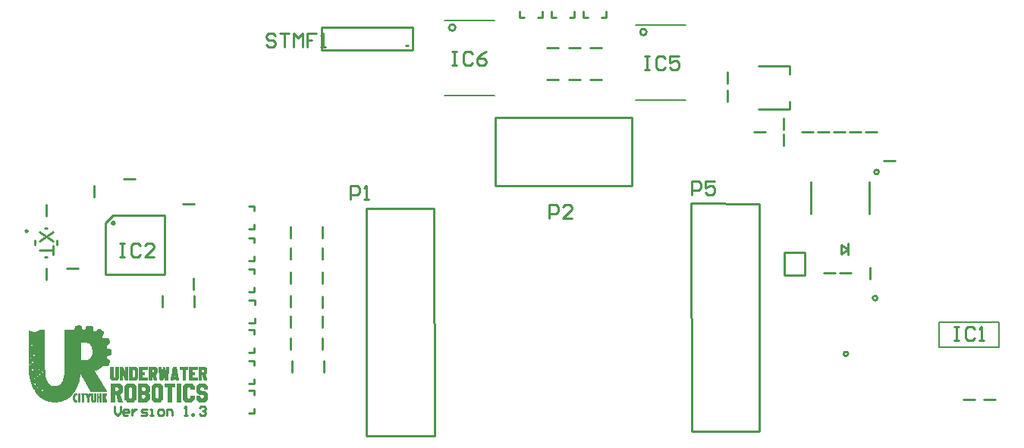
<source format=gto>
G04*
G04 #@! TF.GenerationSoftware,Altium Limited,Altium Designer,18.1.7 (191)*
G04*
G04 Layer_Color=65535*
%FSLAX44Y44*%
%MOMM*%
G71*
G01*
G75*
%ADD10C,0.2540*%
%ADD11C,0.0254*%
%ADD12C,0.2000*%
%ADD13C,0.2032*%
D10*
X1337310Y662940D02*
G03*
X1337310Y662940I-2540J0D01*
G01*
X864652Y824230D02*
G03*
X864652Y824230I-3592J0D01*
G01*
X1078012Y819247D02*
G03*
X1078012Y819247I-3592J0D01*
G01*
X484396Y605790D02*
G03*
X484396Y605790I-1796J0D01*
G01*
X387350Y596900D02*
G03*
X387350Y596900I-1270J0D01*
G01*
X1335600Y521970D02*
G03*
X1335600Y521970I-2540J0D01*
G01*
X1303020Y459740D02*
G03*
X1303020Y459740I-2540J0D01*
G01*
X909320Y647140D02*
Y723340D01*
X1061720D01*
Y647140D02*
Y723340D01*
X909320Y647140D02*
X1061720D01*
X715010Y824230D02*
X791210D01*
X816610Y798830D02*
Y824230D01*
X715010Y798830D02*
Y824230D01*
Y798830D02*
X791210D01*
X808990Y803910D02*
X811530D01*
X791210Y798830D02*
X816610D01*
Y824230D01*
X791210D02*
X816610D01*
X1431290Y408940D02*
X1443990D01*
X1454290D02*
X1466990D01*
X1007352Y835660D02*
Y842010D01*
Y835660D02*
X1012432D01*
X1032752D02*
Y842010D01*
X1027672Y835660D02*
X1032752D01*
X1342390Y675640D02*
X1355090D01*
X1261630Y615950D02*
Y651510D01*
X1326630Y615950D02*
Y651510D01*
X430530Y554990D02*
X443230D01*
X482600Y614680D02*
X539750D01*
X473710Y605790D02*
X482600Y614680D01*
X473710Y548640D02*
Y605790D01*
Y548640D02*
X539750D01*
Y614680D01*
X407670Y542290D02*
Y554990D01*
X420170Y581660D02*
Y586740D01*
X395170Y581660D02*
Y586740D01*
X406400Y568200D02*
X408940Y568200D01*
X406400Y600200D02*
X408940Y600200D01*
X407670Y613410D02*
Y626110D01*
X765302Y368300D02*
X840702Y367800D01*
X765302Y368300D02*
Y622300D01*
X840702D01*
X841502Y367800D01*
X633740Y529268D02*
X640090D01*
Y534348D01*
X633740Y554668D02*
X640090D01*
Y549588D02*
Y554668D01*
X634228Y494513D02*
X640578D01*
Y499593D01*
X634228Y519913D02*
X640578D01*
Y514833D02*
Y519913D01*
X633930Y461010D02*
X640280D01*
Y466090D01*
X633930Y486410D02*
X640280D01*
Y481330D02*
Y486410D01*
X633930Y426720D02*
X640280D01*
Y431800D01*
X633930Y452120D02*
X640280D01*
Y447040D02*
Y452120D01*
X633930Y393580D02*
X640280D01*
Y398660D01*
X633930Y418980D02*
X640280D01*
Y413900D02*
Y418980D01*
X971550Y835660D02*
Y842010D01*
Y835660D02*
X976630D01*
X996950D02*
Y842010D01*
X991870Y835660D02*
X996950D01*
X935990D02*
Y842010D01*
Y835660D02*
X941070D01*
X961390D02*
Y842010D01*
X956310Y835660D02*
X961390D01*
X633930Y599560D02*
X640280D01*
Y604640D01*
X633930Y624960D02*
X640280D01*
Y619880D02*
Y624960D01*
X633930Y563880D02*
X640280D01*
Y568960D01*
X633930Y589280D02*
X640280D01*
Y584200D02*
Y589280D01*
X1128290Y628000D02*
X1203690Y627500D01*
Y373500D02*
Y627500D01*
X1128290Y373500D02*
X1203690D01*
X1127490Y628000D02*
X1128290Y373500D01*
X1286510Y707390D02*
X1299210D01*
X1327150Y543560D02*
Y556260D01*
X1295330Y581780D02*
X1302950Y576700D01*
X1295330Y571620D02*
Y581780D01*
Y571620D02*
X1302950Y576700D01*
Y570350D02*
Y576700D01*
Y570350D02*
Y583050D01*
X1304290Y707390D02*
X1316990D01*
X1168400Y762000D02*
Y774700D01*
X1322070Y707390D02*
X1334770D01*
X1168400Y741680D02*
Y754380D01*
X1250950Y707390D02*
X1263650D01*
X1268730D02*
X1281430D01*
X1231900Y547370D02*
X1254760D01*
Y572770D01*
X1231900D02*
X1254760D01*
X1231900Y547370D02*
Y572770D01*
X1230630Y710090D02*
Y722790D01*
X1293570Y549910D02*
X1306270D01*
X1275790D02*
X1288490D01*
X1197610Y707390D02*
X1210310D01*
X1230630Y692310D02*
Y705010D01*
X1202727Y781050D02*
X1238033D01*
X1202727Y732790D02*
X1238033D01*
Y741680D01*
Y772160D02*
Y781050D01*
X461442Y635000D02*
Y647700D01*
X494030Y655320D02*
X506730D01*
X560590Y627372D02*
X573290D01*
X572770Y512070D02*
Y524770D01*
X572570Y531570D02*
Y544270D01*
X681990Y439420D02*
Y452120D01*
X680720Y565529D02*
Y578229D01*
X717550Y439420D02*
Y452120D01*
X537388Y512070D02*
Y524770D01*
X680720Y464940D02*
Y477640D01*
X716280Y565529D02*
Y578229D01*
X680720Y589149D02*
Y601849D01*
X716280Y464940D02*
Y477640D01*
X680720Y488950D02*
Y501650D01*
X716280Y589149D02*
Y601849D01*
X966470Y801559D02*
X979170D01*
X716280Y488950D02*
Y501650D01*
X680720Y511769D02*
Y524469D01*
X966470Y765804D02*
X979170D01*
X991022Y801559D02*
X1003722D01*
X716280Y511270D02*
Y523970D01*
X680720Y538719D02*
Y551419D01*
X991022Y765804D02*
X1003722D01*
X1014972Y801559D02*
X1027672D01*
X716280Y538719D02*
Y551419D01*
X1014972Y765804D02*
X1027672D01*
X483870Y401157D02*
Y394492D01*
X487202Y391160D01*
X490535Y394492D01*
Y401157D01*
X498865Y391160D02*
X495533D01*
X493867Y392826D01*
Y396158D01*
X495533Y397825D01*
X498865D01*
X500531Y396158D01*
Y394492D01*
X493867D01*
X503864Y397825D02*
Y391160D01*
Y394492D01*
X505530Y396158D01*
X507196Y397825D01*
X508862D01*
X513860Y391160D02*
X518859D01*
X520525Y392826D01*
X518859Y394492D01*
X515527D01*
X513860Y396158D01*
X515527Y397825D01*
X520525D01*
X523857Y391160D02*
X527189D01*
X525523D01*
Y397825D01*
X523857D01*
X533854Y391160D02*
X537186D01*
X538852Y392826D01*
Y396158D01*
X537186Y397825D01*
X533854D01*
X532188Y396158D01*
Y392826D01*
X533854Y391160D01*
X542184D02*
Y397825D01*
X547183D01*
X548849Y396158D01*
Y391160D01*
X562178D02*
X565510D01*
X563844D01*
Y401157D01*
X562178Y399491D01*
X570509Y391160D02*
Y392826D01*
X572175D01*
Y391160D01*
X570509D01*
X578839Y399491D02*
X580505Y401157D01*
X583838D01*
X585504Y399491D01*
Y397825D01*
X583838Y396158D01*
X582172D01*
X583838D01*
X585504Y394492D01*
Y392826D01*
X583838Y391160D01*
X580505D01*
X578839Y392826D01*
X415285Y595630D02*
X400050Y585473D01*
X415285D02*
X400050Y595630D01*
X415285Y580395D02*
Y570238D01*
Y575317D01*
X400050D01*
X1128760Y637660D02*
Y652895D01*
X1136378D01*
X1138917Y650356D01*
Y645277D01*
X1136378Y642738D01*
X1128760D01*
X1154152Y652895D02*
X1143995D01*
Y645277D01*
X1149073Y647817D01*
X1151613D01*
X1154152Y645277D01*
Y640199D01*
X1151613Y637660D01*
X1146534D01*
X1143995Y640199D01*
X969010Y610793D02*
Y626028D01*
X976628D01*
X979167Y623488D01*
Y618410D01*
X976628Y615871D01*
X969010D01*
X994402Y610793D02*
X984245D01*
X994402Y620949D01*
Y623488D01*
X991863Y626028D01*
X986784D01*
X984245Y623488D01*
X747268Y632460D02*
Y647695D01*
X754885D01*
X757425Y645156D01*
Y640078D01*
X754885Y637538D01*
X747268D01*
X762503Y632460D02*
X767581D01*
X765042D01*
Y647695D01*
X762503Y645156D01*
X861060Y797555D02*
X866138D01*
X863599D01*
Y782320D01*
X861060D01*
X866138D01*
X883913Y795016D02*
X881373Y797555D01*
X876295D01*
X873756Y795016D01*
Y784859D01*
X876295Y782320D01*
X881373D01*
X883913Y784859D01*
X899148Y797555D02*
X894069Y795016D01*
X888991Y789938D01*
Y784859D01*
X891530Y782320D01*
X896609D01*
X899148Y784859D01*
Y787398D01*
X896609Y789938D01*
X888991D01*
X1075640Y792572D02*
X1080719D01*
X1078179D01*
Y777337D01*
X1075640D01*
X1080719D01*
X1098493Y790033D02*
X1095954Y792572D01*
X1090875D01*
X1088336Y790033D01*
Y779876D01*
X1090875Y777337D01*
X1095954D01*
X1098493Y779876D01*
X1113728Y792572D02*
X1103571D01*
Y784955D01*
X1108650Y787494D01*
X1111189D01*
X1113728Y784955D01*
Y779876D01*
X1111189Y777337D01*
X1106110D01*
X1103571Y779876D01*
X490220Y582925D02*
X495298D01*
X492759D01*
Y567690D01*
X490220D01*
X495298D01*
X513073Y580386D02*
X510533Y582925D01*
X505455D01*
X502916Y580386D01*
Y570229D01*
X505455Y567690D01*
X510533D01*
X513073Y570229D01*
X528308Y567690D02*
X518151D01*
X528308Y577847D01*
Y580386D01*
X525769Y582925D01*
X520690D01*
X518151Y580386D01*
X1421130Y490215D02*
X1426208D01*
X1423669D01*
Y474980D01*
X1421130D01*
X1426208D01*
X1443983Y487676D02*
X1441443Y490215D01*
X1436365D01*
X1433826Y487676D01*
Y477519D01*
X1436365Y474980D01*
X1441443D01*
X1443983Y477519D01*
X1449061Y474980D02*
X1454139D01*
X1451600D01*
Y490215D01*
X1449061Y487676D01*
X663899Y815336D02*
X661359Y817875D01*
X656281D01*
X653742Y815336D01*
Y812797D01*
X656281Y810257D01*
X661359D01*
X663899Y807718D01*
Y805179D01*
X661359Y802640D01*
X656281D01*
X653742Y805179D01*
X668977Y817875D02*
X679134D01*
X674055D01*
Y802640D01*
X684212D02*
Y817875D01*
X689290Y812797D01*
X694369Y817875D01*
Y802640D01*
X709604Y817875D02*
X699447D01*
Y810257D01*
X704525D01*
X699447D01*
Y802640D01*
X714682D02*
X719761D01*
X717221D01*
Y817875D01*
X714682Y815336D01*
D11*
X392430Y423672D02*
X396240D01*
X392684Y423418D02*
X396494D01*
X392684Y423164D02*
X396748D01*
X392938Y422910D02*
X396748D01*
X392938Y422656D02*
X397002D01*
X393192Y422402D02*
X397002D01*
X393192Y422148D02*
X397256D01*
X393446Y421894D02*
X397002D01*
X393446Y421640D02*
X396494D01*
X393700Y421386D02*
X396240D01*
X393700Y421132D02*
X395986D01*
X393954Y420878D02*
X395478D01*
X393954Y420624D02*
X395224D01*
X394208Y420370D02*
X394716D01*
X395224Y418846D02*
X401574D01*
X395224Y418592D02*
X401320D01*
X395478Y418338D02*
X401066D01*
X395478Y418084D02*
X400812D01*
X395732Y417830D02*
X400304D01*
X395986Y417576D02*
X400050D01*
X395986Y417322D02*
X399796D01*
X396240Y417068D02*
X399288D01*
X396494Y416814D02*
X399034D01*
X396748Y416560D02*
X398780D01*
X396748Y416306D02*
X398272D01*
X397002Y416052D02*
X398018D01*
X397256Y415798D02*
X397764D01*
X389636Y432562D02*
X393446D01*
X389636Y432308D02*
X393192D01*
X389890Y432054D02*
X392684D01*
X389890Y431800D02*
X392430D01*
X389890Y431546D02*
X392176D01*
X389890Y431292D02*
X391922D01*
X390144Y431038D02*
X391922D01*
X390144Y430784D02*
X391922D01*
X390144Y430530D02*
X391922D01*
X390144Y430276D02*
X391668D01*
X390144Y430022D02*
X391922D01*
X390398Y429768D02*
X391922D01*
X390398Y429514D02*
X392176D01*
X390398Y429260D02*
X392430D01*
X390652Y429006D02*
X392684D01*
X390652Y428752D02*
X392684D01*
X390652Y428498D02*
X392938D01*
X390652Y428244D02*
X393192D01*
X390906Y427990D02*
X393446D01*
X390906Y427736D02*
X393446D01*
X390906Y427482D02*
X393700D01*
X391160Y427228D02*
X393954D01*
X391160Y426974D02*
X393954D01*
X391160Y426720D02*
X393954D01*
X391414Y426466D02*
X393700D01*
X391414Y426212D02*
X393954D01*
X391668Y425958D02*
X393954D01*
X391668Y425704D02*
X394208D01*
X391668Y425450D02*
X394462D01*
X391922Y425196D02*
X394970D01*
X391922Y424942D02*
X395478D01*
X392176Y424688D02*
X395732D01*
X392176Y424434D02*
X395732D01*
X392176Y424180D02*
X395986D01*
X392430Y423926D02*
X396240D01*
X388620Y443992D02*
X393700D01*
X395478D02*
X397256D01*
X388620Y443738D02*
X393446D01*
X394970D02*
X397510D01*
X388620Y443484D02*
X393192D01*
X394716D02*
X397764D01*
X388620Y443230D02*
X391414D01*
X394462D02*
X398272D01*
X388620Y442976D02*
X391160D01*
X394208D02*
X398526D01*
X388620Y442722D02*
X391160D01*
X393700D02*
X398780D01*
X388620Y442468D02*
X390906D01*
X393700D02*
X399034D01*
X388620Y442214D02*
X390906D01*
X393700D02*
X399288D01*
X388620Y441960D02*
X390906D01*
X393700D02*
X399796D01*
X388620Y441706D02*
X390652D01*
X393446D02*
X400050D01*
X388620Y441452D02*
X390398D01*
X393192D02*
X400304D01*
X388620Y441198D02*
X390144D01*
X392938D02*
X400558D01*
X388620Y440944D02*
X389636D01*
X391668D02*
X391922D01*
X392430D02*
X401066D01*
X388620Y440690D02*
X389382D01*
X391414D02*
X401320D01*
X388620Y440436D02*
X389128D01*
X390906D02*
X401574D01*
X388874Y438150D02*
X400050D01*
X388874Y437896D02*
X399796D01*
X388874Y437642D02*
X399542D01*
X388874Y437388D02*
X399542D01*
X388874Y437134D02*
X399542D01*
X389128Y436880D02*
X399288D01*
X389128Y436626D02*
X399034D01*
X389128Y436372D02*
X398780D01*
X389128Y436118D02*
X398272D01*
X389128Y435864D02*
X398018D01*
X389128Y435610D02*
X397764D01*
X389128Y435356D02*
X397256D01*
X389382Y435102D02*
X397002D01*
X389382Y434848D02*
X396494D01*
X389382Y434594D02*
X396240D01*
X389382Y434340D02*
X395986D01*
X389382Y434086D02*
X395478D01*
X389382Y433832D02*
X395224D01*
X389382Y433578D02*
X394970D01*
X389636Y433324D02*
X394462D01*
X389636Y433070D02*
X394208D01*
X388620Y452882D02*
X390398D01*
X388620Y452628D02*
X390398D01*
X388620Y452374D02*
X390652D01*
X388620Y452120D02*
X390906D01*
X388620Y451866D02*
X391160D01*
X388620Y451612D02*
X391414D01*
X388620Y451358D02*
X391414D01*
X388620Y451104D02*
X391414D01*
X388620Y450850D02*
X391414D01*
X388620Y450596D02*
X391414D01*
X388620Y450342D02*
X391414D01*
X388620Y450088D02*
X391160D01*
X388620Y449834D02*
X390906D01*
X388620Y449580D02*
X390652D01*
X388620Y449326D02*
X390398D01*
X388620Y449072D02*
X389890D01*
X388620Y448818D02*
X389636D01*
X388620Y448564D02*
X389382D01*
X388620Y448310D02*
X389128D01*
X388620Y445516D02*
X395732D01*
X388620Y445262D02*
X395478D01*
X388620Y445008D02*
X394970D01*
X388620Y444754D02*
X394716D01*
X388620Y444500D02*
X394462D01*
X388620Y444246D02*
X394208D01*
X395732D02*
X397002D01*
X388620Y464312D02*
X394970D01*
X388620Y464058D02*
X395224D01*
X388620Y463804D02*
X395478D01*
X388620Y463550D02*
X395732D01*
X388620Y463296D02*
X395986D01*
X388620Y463042D02*
X395986D01*
X388620Y462788D02*
X396240D01*
X388620Y462534D02*
X396494D01*
X388620Y462280D02*
X396748D01*
X388620Y462026D02*
X396748D01*
X388620Y461772D02*
X397002D01*
X388620Y461518D02*
X397002D01*
X388620Y461264D02*
X396748D01*
X388620Y461010D02*
X396494D01*
X388620Y460756D02*
X396240D01*
X388620Y460502D02*
X395986D01*
X388620Y460248D02*
X395732D01*
X388620Y459994D02*
X395478D01*
X388620Y459740D02*
X395224D01*
X388620Y459486D02*
X394716D01*
X388620Y459232D02*
X393446D01*
X393700D02*
X394462D01*
X388620Y458978D02*
X392938D01*
X388620Y458724D02*
X392684D01*
X388620Y458470D02*
X392430D01*
X388620Y458216D02*
X392430D01*
X388620Y457962D02*
X392430D01*
X388620Y457708D02*
X392176D01*
X388620Y457454D02*
X391922D01*
X388620Y457200D02*
X391668D01*
X388620Y456946D02*
X391160D01*
X388620Y456692D02*
X390906D01*
X388620Y456438D02*
X390652D01*
X388620Y456184D02*
X390144D01*
X388620Y455930D02*
X389890D01*
X388620Y455676D02*
X389636D01*
X388620Y455422D02*
X389382D01*
X388620Y455168D02*
X389382D01*
X388620Y454914D02*
X389382D01*
X388620Y454660D02*
X389382D01*
X388620Y454406D02*
X389128D01*
X388620Y454152D02*
X389382D01*
X388620Y453898D02*
X389636D01*
X388620Y453644D02*
X389636D01*
X388620Y453390D02*
X389890D01*
X388620Y471170D02*
X390906D01*
X388620Y470916D02*
X390652D01*
X388620Y470662D02*
X390398D01*
X388620Y470408D02*
X390144D01*
X388620Y470154D02*
X390144D01*
X388620Y469900D02*
X390144D01*
X388620Y469646D02*
X390398D01*
X388620Y469392D02*
X390398D01*
X388620Y469138D02*
X390652D01*
X388620Y468884D02*
X390906D01*
X388620Y468630D02*
X391668D01*
X388620Y468376D02*
X391922D01*
X388620Y468122D02*
X392176D01*
X388620Y467868D02*
X392430D01*
X388620Y467614D02*
X392684D01*
X388620Y467360D02*
X392684D01*
X388620Y467106D02*
X392938D01*
X388620Y466852D02*
X393192D01*
X388620Y466598D02*
X393446D01*
X388620Y466344D02*
X393446D01*
X388620Y466090D02*
X393700D01*
X388620Y465836D02*
X393954D01*
X388620Y465582D02*
X394208D01*
X388620Y465328D02*
X394208D01*
X388620Y465074D02*
X394462D01*
X388620Y464820D02*
X394716D01*
X388620Y464566D02*
X394970D01*
X388620Y484632D02*
X391668D01*
X388620Y484378D02*
X392938D01*
X388620Y485648D02*
X389128D01*
X388620Y485394D02*
X389636D01*
X388620Y485140D02*
X390144D01*
X388620Y484886D02*
X390906D01*
X414274Y406654D02*
X420370D01*
X402590Y418084D02*
X402844D01*
X402082Y417830D02*
X403352D01*
X402082Y441452D02*
X405892D01*
X402336Y441198D02*
X405892D01*
X402590Y440944D02*
X405892D01*
X402844Y440690D02*
X405892D01*
X404114Y440436D02*
X405892D01*
X404622Y440182D02*
X405892D01*
X404876Y439928D02*
X405892D01*
X404876Y439674D02*
X405892D01*
X405130Y439420D02*
X405892D01*
X404876Y439166D02*
X405892D01*
X404876Y438912D02*
X405892D01*
X404876Y438658D02*
X406146D01*
X404622Y438404D02*
X405892D01*
X404368Y438150D02*
X406146D01*
X437896Y412242D02*
X439674D01*
X437896Y411988D02*
X439674D01*
X437896Y411734D02*
X439674D01*
X437896Y411480D02*
X439674D01*
X437896Y411226D02*
X439674D01*
X437896Y410972D02*
X439674D01*
X437896Y410718D02*
X439674D01*
X437896Y410464D02*
X439674D01*
X437896Y410210D02*
X439674D01*
X437896Y409956D02*
X439674D01*
X437896Y409702D02*
X439674D01*
X437896Y409448D02*
X439674D01*
X437896Y409194D02*
X439674D01*
X438150Y408940D02*
X439928D01*
X438150Y408686D02*
X439928D01*
X438150Y408432D02*
X440182D01*
X438150Y408178D02*
X440436D01*
X438404Y407924D02*
X442214D01*
X438404Y407670D02*
X442214D01*
X438658Y407416D02*
X442214D01*
X438912Y407162D02*
X442214D01*
X439166Y406908D02*
X442214D01*
X439674Y406654D02*
X442214D01*
X439674Y415798D02*
X441960D01*
X439420Y415544D02*
X442214D01*
X438912Y415290D02*
X442214D01*
X438912Y415036D02*
X442214D01*
X438658Y414782D02*
X442214D01*
X438404Y414528D02*
X440690D01*
X441198D02*
X442214D01*
X438404Y414274D02*
X440436D01*
X441706D02*
X441960D01*
X438404Y414020D02*
X440182D01*
X438150Y413766D02*
X440182D01*
X438150Y413512D02*
X439928D01*
X438150Y413258D02*
X439928D01*
X438150Y413004D02*
X439674D01*
X437896Y412750D02*
X439674D01*
X422402Y424942D02*
X442214D01*
X443738Y412242D02*
X445516D01*
X443738Y411988D02*
X445516D01*
X443738Y411734D02*
X445516D01*
X443738Y411480D02*
X445516D01*
X443738Y411226D02*
X445516D01*
X443738Y410972D02*
X445516D01*
X443738Y410718D02*
X445516D01*
X443738Y410464D02*
X445516D01*
X443738Y410210D02*
X445516D01*
X443738Y409956D02*
X445516D01*
X443738Y409702D02*
X445516D01*
X443738Y409448D02*
X445516D01*
X443738Y409194D02*
X445516D01*
X443738Y408940D02*
X445516D01*
X443738Y408686D02*
X445516D01*
X443738Y408432D02*
X445516D01*
X443738Y408178D02*
X445516D01*
X443738Y407924D02*
X445516D01*
X443738Y407670D02*
X445516D01*
X443738Y407416D02*
X445516D01*
X443738Y407162D02*
X445516D01*
X443738Y406908D02*
X445516D01*
X443738Y406654D02*
X445516D01*
X443738Y406400D02*
X445262D01*
X448056Y412242D02*
X449580D01*
X452882D02*
X455930D01*
X458216D02*
X459740D01*
X448056Y411988D02*
X449580D01*
X453136D02*
X455930D01*
X458216D02*
X459740D01*
X448056Y411734D02*
X449580D01*
X453136D02*
X455676D01*
X458216D02*
X459740D01*
X448056Y411480D02*
X449580D01*
X453136D02*
X455676D01*
X458216D02*
X459740D01*
X448056Y411226D02*
X449580D01*
X453390D02*
X455676D01*
X458216D02*
X459740D01*
X448056Y410972D02*
X449580D01*
X453390D02*
X455422D01*
X458216D02*
X459740D01*
X448056Y410718D02*
X449580D01*
X453644D02*
X455422D01*
X458216D02*
X459740D01*
X448056Y410464D02*
X449580D01*
X453644D02*
X455422D01*
X458216D02*
X459740D01*
X448056Y410210D02*
X449580D01*
X453644D02*
X455422D01*
X458216D02*
X459740D01*
X448056Y409956D02*
X449580D01*
X453644D02*
X455422D01*
X458216D02*
X459740D01*
X448056Y409702D02*
X449580D01*
X453644D02*
X455422D01*
X458216D02*
X459740D01*
X448056Y409448D02*
X449580D01*
X453644D02*
X455422D01*
X458216D02*
X459740D01*
X448056Y409194D02*
X449580D01*
X453644D02*
X455422D01*
X458216D02*
X459740D01*
X448056Y408940D02*
X449580D01*
X453644D02*
X455422D01*
X458216D02*
X459740D01*
X448056Y408686D02*
X449580D01*
X453644D02*
X455422D01*
X458216D02*
X459740D01*
X448056Y408432D02*
X449580D01*
X453644D02*
X455422D01*
X458216D02*
X459740D01*
X448056Y408178D02*
X449580D01*
X453644D02*
X455422D01*
X458216D02*
X459994D01*
X448056Y407924D02*
X449580D01*
X453644D02*
X455422D01*
X458216D02*
X460248D01*
X448056Y407670D02*
X449580D01*
X453644D02*
X455422D01*
X448056Y407416D02*
X449580D01*
X453644D02*
X455422D01*
X448056Y407162D02*
X449580D01*
X453644D02*
X455422D01*
X458470D02*
X462534D01*
X448056Y406908D02*
X449580D01*
X453644D02*
X455422D01*
X458724D02*
X462280D01*
X448056Y406654D02*
X449580D01*
X453644D02*
X455422D01*
X458978D02*
X462026D01*
X453644Y406400D02*
X455168D01*
X459486D02*
X461518D01*
X443738Y415544D02*
X445262D01*
X443738Y415290D02*
X445516D01*
X443738Y415036D02*
X445516D01*
X443738Y414782D02*
X445516D01*
X443738Y414528D02*
X445516D01*
X443738Y414274D02*
X445516D01*
X443738Y414020D02*
X445516D01*
X443738Y413766D02*
X445516D01*
X443738Y413512D02*
X445516D01*
X443738Y413258D02*
X445516D01*
X443738Y413004D02*
X445516D01*
X443738Y412750D02*
X445516D01*
X446786Y415798D02*
X450850D01*
X458216D02*
X459740D01*
X446532Y415544D02*
X451104D01*
X451866D02*
X453390D01*
X455168D02*
X456946D01*
X458216D02*
X459740D01*
X446532Y415290D02*
X451104D01*
X451866D02*
X453644D01*
X455168D02*
X456946D01*
X458216D02*
X459740D01*
X446532Y415036D02*
X451104D01*
X451866D02*
X453644D01*
X455168D02*
X456692D01*
X458216D02*
X459740D01*
X446532Y414782D02*
X451104D01*
X451866D02*
X453644D01*
X455168D02*
X456692D01*
X458216D02*
X459740D01*
X446532Y414528D02*
X451104D01*
X452120D02*
X453898D01*
X454914D02*
X456692D01*
X458216D02*
X459740D01*
X448056Y414274D02*
X449580D01*
X452120D02*
X453898D01*
X454914D02*
X456692D01*
X458216D02*
X459740D01*
X448056Y414020D02*
X449580D01*
X452374D02*
X453898D01*
X454914D02*
X456438D01*
X458216D02*
X459740D01*
X448056Y413766D02*
X449580D01*
X452374D02*
X454152D01*
X454660D02*
X456438D01*
X458216D02*
X459740D01*
X448056Y413512D02*
X449580D01*
X452374D02*
X454152D01*
X454660D02*
X456438D01*
X458216D02*
X459740D01*
X448056Y413258D02*
X449580D01*
X452628D02*
X454152D01*
X454660D02*
X456184D01*
X458216D02*
X459740D01*
X448056Y413004D02*
X449580D01*
X452628D02*
X454152D01*
X454660D02*
X456184D01*
X458216D02*
X459740D01*
X448056Y412750D02*
X449580D01*
X452628D02*
X454406D01*
X454660D02*
X456184D01*
X458216D02*
X459740D01*
X445770Y438658D02*
X462534D01*
X445770Y438404D02*
X462534D01*
X442976Y491490D02*
X445516D01*
X453136Y491236D02*
X454914D01*
X452882Y490982D02*
X456692D01*
X452882Y490728D02*
X458470D01*
X452628Y490474D02*
X458978D01*
X452628Y490220D02*
X459232D01*
X452628Y489966D02*
X459232D01*
X452374Y489712D02*
X459232D01*
X452374Y489458D02*
X459232D01*
X452120Y489204D02*
X459232D01*
X452120Y488950D02*
X459232D01*
X451866Y488696D02*
X459486D01*
X451866Y488442D02*
X459486D01*
X451866Y488188D02*
X459486D01*
X451612Y487934D02*
X459486D01*
X451612Y487680D02*
X459486D01*
X451358Y487426D02*
X459486D01*
X451358Y487172D02*
X459486D01*
X464312Y410718D02*
X465836D01*
X464312Y410464D02*
X465836D01*
X464312Y410210D02*
X465836D01*
X464312Y409956D02*
X465836D01*
X464312Y409702D02*
X465836D01*
X464312Y409448D02*
X465836D01*
X464312Y409194D02*
X465836D01*
X464312Y408940D02*
X465836D01*
X464312Y408686D02*
X465836D01*
X464312Y408432D02*
X465836D01*
X464312Y408178D02*
X465836D01*
X464312Y407924D02*
X465836D01*
X464312Y407670D02*
X465836D01*
X464312Y407416D02*
X465836D01*
X464312Y407162D02*
X465836D01*
X464312Y406908D02*
X465836D01*
X464312Y406654D02*
X465836D01*
X470408Y412242D02*
X473710D01*
X470408Y411988D02*
X473710D01*
X470408Y411734D02*
X473456D01*
X470408Y411480D02*
X473456D01*
X470408Y411226D02*
X473202D01*
X470408Y410972D02*
X473456D01*
X467360Y410718D02*
X468884D01*
X470408D02*
X473456D01*
X467360Y410464D02*
X468884D01*
X470408D02*
X473710D01*
X467360Y410210D02*
X468884D01*
X470408D02*
X473710D01*
X467360Y409956D02*
X468884D01*
X470408D02*
X473710D01*
X467360Y409702D02*
X468884D01*
X470408D02*
X471932D01*
X472186D02*
X473964D01*
X467360Y409448D02*
X468884D01*
X470408D02*
X471932D01*
X472186D02*
X473964D01*
X467360Y409194D02*
X468884D01*
X470408D02*
X471932D01*
X472440D02*
X474218D01*
X467360Y408940D02*
X468884D01*
X470408D02*
X471932D01*
X472440D02*
X474218D01*
X467360Y408686D02*
X468884D01*
X470408D02*
X471932D01*
X472440D02*
X474472D01*
X467360Y408432D02*
X468884D01*
X470408D02*
X471932D01*
X472694D02*
X474472D01*
X467360Y408178D02*
X468884D01*
X470408D02*
X471932D01*
X472694D02*
X474472D01*
X467360Y407924D02*
X468884D01*
X470408D02*
X471932D01*
X472948D02*
X474726D01*
X467360Y407670D02*
X468884D01*
X470408D02*
X471932D01*
X472948D02*
X474726D01*
X467360Y407416D02*
X468884D01*
X470408D02*
X471932D01*
X472948D02*
X474980D01*
X467360Y407162D02*
X468884D01*
X470408D02*
X471932D01*
X473202D02*
X474980D01*
X467360Y406908D02*
X468884D01*
X470408D02*
X471932D01*
X473202D02*
X475234D01*
X467360Y406654D02*
X468884D01*
X470408D02*
X471932D01*
X473202D02*
X475234D01*
X470408Y406400D02*
X471932D01*
X473456D02*
X474980D01*
X464312Y412242D02*
X468884D01*
X464312Y411988D02*
X468884D01*
X464312Y411734D02*
X468884D01*
X464312Y411480D02*
X468884D01*
X464312Y411226D02*
X468884D01*
X464312Y410972D02*
X468884D01*
X464312Y415798D02*
X465836D01*
X464312Y415544D02*
X465836D01*
X464312Y415290D02*
X465836D01*
X464312Y415036D02*
X465836D01*
X464312Y414782D02*
X465836D01*
X464312Y414528D02*
X465836D01*
X464312Y414274D02*
X465836D01*
X464312Y414020D02*
X465836D01*
X464312Y413766D02*
X465836D01*
X464312Y413512D02*
X465836D01*
X464312Y413258D02*
X465836D01*
X464312Y413004D02*
X465836D01*
X464312Y412750D02*
X465836D01*
X467614Y415798D02*
X468884D01*
X470408D02*
X471932D01*
X473456D02*
X474980D01*
X467360Y415544D02*
X468884D01*
X470408D02*
X471932D01*
X473202D02*
X474980D01*
X467360Y415290D02*
X468884D01*
X470408D02*
X471932D01*
X473202D02*
X474980D01*
X467360Y415036D02*
X468884D01*
X470408D02*
X471932D01*
X473202D02*
X474980D01*
X467360Y414782D02*
X468884D01*
X470408D02*
X471932D01*
X472948D02*
X474726D01*
X467360Y414528D02*
X468884D01*
X470408D02*
X471932D01*
X472948D02*
X474726D01*
X467360Y414274D02*
X468884D01*
X470408D02*
X471932D01*
X472694D02*
X474472D01*
X467360Y414020D02*
X468884D01*
X470408D02*
X471932D01*
X472694D02*
X474472D01*
X467360Y413766D02*
X468884D01*
X470408D02*
X471932D01*
X472694D02*
X474472D01*
X467360Y413512D02*
X468884D01*
X470408D02*
X471932D01*
X472440D02*
X474218D01*
X467360Y413258D02*
X468884D01*
X470408D02*
X471932D01*
X472440D02*
X474218D01*
X467360Y413004D02*
X468884D01*
X470408D02*
X471932D01*
X472186D02*
X473964D01*
X467360Y412750D02*
X468884D01*
X470408D02*
X473964D01*
X479298Y443992D02*
X482092D01*
X479298Y443738D02*
X482092D01*
X479298Y443484D02*
X482092D01*
X479298Y443230D02*
X482092D01*
X479298Y442976D02*
X482092D01*
X479298Y442722D02*
X482092D01*
X479298Y442468D02*
X482092D01*
X479298Y442214D02*
X482092D01*
X479298Y441960D02*
X482092D01*
X479298Y441706D02*
X482092D01*
X479298Y441452D02*
X482092D01*
X479298Y441198D02*
X482092D01*
X479298Y440944D02*
X482092D01*
X479298Y440690D02*
X482092D01*
X479298Y440436D02*
X482092D01*
X479298Y440182D02*
X482092D01*
X479298Y439928D02*
X482092D01*
X479298Y439674D02*
X482092D01*
X479298Y439420D02*
X482092D01*
X479298Y439166D02*
X482092D01*
X479298Y438912D02*
X482092D01*
X479298Y438658D02*
X482092D01*
X479298Y438404D02*
X482092D01*
X479298Y438150D02*
X482092D01*
X479298Y437896D02*
X482092D01*
X479298Y437642D02*
X482092D01*
X479298Y437388D02*
X482092D01*
X479298Y437134D02*
X482092D01*
X479298Y436880D02*
X482092D01*
X479298Y436626D02*
X482092D01*
X479298Y436372D02*
X482092D01*
X479298Y436118D02*
X482092D01*
X479298Y435864D02*
X482092D01*
X479298Y435610D02*
X482092D01*
X479298Y435356D02*
X482092D01*
X479298Y435102D02*
X482092D01*
X479298Y434848D02*
X482092D01*
X479298Y434594D02*
X482092D01*
X479298Y434340D02*
X482092D01*
X479298Y434086D02*
X482092D01*
X479298Y433832D02*
X482346D01*
X479298Y433578D02*
X482600D01*
X471424Y447040D02*
X476504D01*
X473202Y446786D02*
X476250D01*
X479298Y445262D02*
X482092D01*
X479298Y445008D02*
X482092D01*
X479298Y444754D02*
X482092D01*
X479298Y444500D02*
X482092D01*
X479298Y444246D02*
X482092D01*
X473202Y477520D02*
X476250D01*
X471170Y477266D02*
X476504D01*
X466090Y487426D02*
X467868D01*
X465836Y487172D02*
X468122D01*
X465582Y486918D02*
X468630D01*
X465074Y486664D02*
X468884D01*
X464820Y486410D02*
X469138D01*
X464566Y486156D02*
X469392D01*
X464058Y485902D02*
X469900D01*
X463804Y485648D02*
X470154D01*
X463550Y485394D02*
X470408D01*
X463042Y485140D02*
X470662D01*
X495300Y412242D02*
X499364D01*
X495300Y411988D02*
X499364D01*
X495300Y411734D02*
X499364D01*
X495300Y411480D02*
X499364D01*
X495300Y411226D02*
X499364D01*
X495300Y410972D02*
X499618D01*
X495300Y410718D02*
X499872D01*
X487172Y410464D02*
X491236D01*
X495300D02*
X500126D01*
X487172Y410210D02*
X491236D01*
X495300D02*
X500380D01*
X487172Y409956D02*
X491236D01*
X487426Y409702D02*
X491490D01*
X487426Y409448D02*
X491490D01*
X487426Y409194D02*
X491490D01*
X487426Y408940D02*
X491490D01*
X487680Y408686D02*
X491744D01*
X487680Y408432D02*
X491744D01*
X487680Y408178D02*
X491744D01*
X487680Y407924D02*
X491998D01*
X487934Y407670D02*
X491998D01*
X487934Y407416D02*
X491998D01*
X487934Y407162D02*
X492252D01*
X488188Y406908D02*
X492252D01*
X488188Y406654D02*
X492252D01*
X488188Y406400D02*
X492252D01*
X486664Y412242D02*
X490728D01*
X486664Y411988D02*
X490728D01*
X486664Y411734D02*
X490728D01*
X486918Y411480D02*
X490982D01*
X486918Y411226D02*
X490982D01*
X486918Y410972D02*
X490982D01*
X486918Y410718D02*
X491236D01*
X487680Y422910D02*
X492760D01*
X495300D02*
X500380D01*
X487934Y422656D02*
X492760D01*
X495300D02*
X500126D01*
X488188Y422402D02*
X492760D01*
X495300D02*
X499872D01*
X488442Y422148D02*
X492760D01*
X495300D02*
X499618D01*
X488696Y421894D02*
X492760D01*
X495300D02*
X499364D01*
X488950Y421640D02*
X492760D01*
X495300D02*
X499364D01*
X488950Y421386D02*
X492760D01*
X495300D02*
X499364D01*
X488950Y421132D02*
X492760D01*
X495300D02*
X499364D01*
X488950Y420878D02*
X492760D01*
X495300D02*
X499364D01*
X488950Y420624D02*
X492760D01*
X495300D02*
X499364D01*
X488950Y420370D02*
X492760D01*
X495300D02*
X499364D01*
X488950Y420116D02*
X492760D01*
X495300D02*
X499364D01*
X488950Y419862D02*
X492760D01*
X495300D02*
X499364D01*
X488696Y419608D02*
X492760D01*
X495300D02*
X499364D01*
X488442Y419354D02*
X492760D01*
X495300D02*
X499364D01*
X488188Y419100D02*
X492760D01*
X495300D02*
X499364D01*
X487934Y418846D02*
X492760D01*
X495300D02*
X499364D01*
X487680Y418592D02*
X492760D01*
X495300D02*
X499364D01*
X495300Y418338D02*
X499364D01*
X495300Y418084D02*
X499364D01*
X495300Y417830D02*
X499364D01*
X495300Y417576D02*
X499364D01*
X495300Y417322D02*
X499364D01*
X495300Y417068D02*
X499364D01*
X495300Y416814D02*
X499364D01*
X495300Y416560D02*
X499364D01*
X495300Y416306D02*
X499364D01*
X495300Y416052D02*
X499364D01*
X495300Y415798D02*
X499364D01*
X495300Y415544D02*
X499364D01*
X495300Y415290D02*
X499364D01*
X495300Y415036D02*
X499364D01*
X495300Y414782D02*
X499364D01*
X495300Y414528D02*
X499364D01*
X495300Y414274D02*
X499364D01*
X495300Y414020D02*
X499364D01*
X495300Y413766D02*
X499364D01*
X495300Y413512D02*
X499364D01*
X495300Y413258D02*
X499364D01*
X495300Y413004D02*
X499364D01*
X495300Y412750D02*
X499364D01*
X489966Y432562D02*
X492760D01*
X495046D02*
X498856D01*
X489966Y432308D02*
X492760D01*
X495300D02*
X498856D01*
X489966Y432054D02*
X492760D01*
X495300D02*
X498856D01*
X489966Y431800D02*
X492760D01*
X495554D02*
X498856D01*
X489966Y431546D02*
X492760D01*
X495554D02*
X498856D01*
X489966Y431292D02*
X492760D01*
X495808D02*
X498856D01*
X489966Y431038D02*
X492760D01*
X495808D02*
X498856D01*
X489966Y430784D02*
X492760D01*
X496062D02*
X498856D01*
X485902Y414528D02*
X489966D01*
X486156Y414274D02*
X490220D01*
X486156Y414020D02*
X490220D01*
X486156Y413766D02*
X490220D01*
X486156Y413512D02*
X490474D01*
X486410Y413258D02*
X490474D01*
X486410Y413004D02*
X490474D01*
X486410Y412750D02*
X490474D01*
X489966Y443992D02*
X493522D01*
X496062D02*
X498856D01*
X489966Y443738D02*
X493522D01*
X496062D02*
X498856D01*
X489966Y443484D02*
X493776D01*
X496062D02*
X498856D01*
X489966Y443230D02*
X493776D01*
X496062D02*
X498856D01*
X489966Y442976D02*
X494030D01*
X496062D02*
X498856D01*
X489966Y442722D02*
X494030D01*
X496062D02*
X498856D01*
X489966Y442468D02*
X494284D01*
X496062D02*
X498856D01*
X489966Y442214D02*
X494284D01*
X496062D02*
X498856D01*
X489966Y441960D02*
X494284D01*
X496062D02*
X498856D01*
X489966Y441706D02*
X494538D01*
X496062D02*
X498856D01*
X489966Y441452D02*
X494538D01*
X496062D02*
X498856D01*
X489966Y441198D02*
X494792D01*
X496062D02*
X498856D01*
X489966Y440944D02*
X494792D01*
X496062D02*
X498856D01*
X489966Y440690D02*
X495046D01*
X496062D02*
X498856D01*
X489966Y440436D02*
X495046D01*
X496062D02*
X498856D01*
X489966Y440182D02*
X495300D01*
X496062D02*
X498856D01*
X489966Y439928D02*
X495300D01*
X496062D02*
X498856D01*
X489966Y439674D02*
X495300D01*
X496062D02*
X498856D01*
X489966Y439420D02*
X495554D01*
X496062D02*
X498856D01*
X489966Y439166D02*
X495554D01*
X496062D02*
X498856D01*
X489966Y438912D02*
X495808D01*
X496062D02*
X498856D01*
X489966Y438658D02*
X495808D01*
X496062D02*
X498856D01*
X489966Y438404D02*
X498856D01*
X489966Y438150D02*
X498856D01*
X489966Y437896D02*
X498856D01*
X489966Y437642D02*
X498856D01*
X489966Y437388D02*
X492760D01*
X493014D02*
X498856D01*
X489966Y437134D02*
X492760D01*
X493014D02*
X498856D01*
X489966Y436880D02*
X492760D01*
X493268D02*
X498856D01*
X489966Y436626D02*
X492760D01*
X493268D02*
X498856D01*
X489966Y436372D02*
X492760D01*
X493522D02*
X498856D01*
X489966Y436118D02*
X492760D01*
X493522D02*
X498856D01*
X489966Y435864D02*
X492760D01*
X493776D02*
X498856D01*
X489966Y435610D02*
X492760D01*
X493776D02*
X498856D01*
X489966Y435356D02*
X492760D01*
X494030D02*
X498856D01*
X489966Y435102D02*
X492760D01*
X494030D02*
X498856D01*
X489966Y434848D02*
X492760D01*
X494030D02*
X498856D01*
X489966Y434594D02*
X492760D01*
X494284D02*
X498856D01*
X489966Y434340D02*
X492760D01*
X494284D02*
X498856D01*
X489966Y434086D02*
X492760D01*
X494538D02*
X498856D01*
X489966Y433832D02*
X492760D01*
X494538D02*
X498856D01*
X489966Y433578D02*
X492760D01*
X494792D02*
X498856D01*
X489966Y433324D02*
X492760D01*
X494792D02*
X498856D01*
X489966Y433070D02*
X492760D01*
X495046D02*
X498856D01*
X489966Y445262D02*
X493014D01*
X496062D02*
X498856D01*
X489966Y445008D02*
X493014D01*
X496062D02*
X498856D01*
X489966Y444754D02*
X493268D01*
X496062D02*
X498856D01*
X489966Y444500D02*
X493268D01*
X496062D02*
X498856D01*
X489966Y444246D02*
X493268D01*
X496062D02*
X498856D01*
X485394Y443992D02*
X488188D01*
X485394Y443738D02*
X488188D01*
X485394Y443484D02*
X488188D01*
X485394Y443230D02*
X488188D01*
X485394Y442976D02*
X488188D01*
X485394Y442722D02*
X488188D01*
X485394Y442468D02*
X488188D01*
X485394Y442214D02*
X488188D01*
X485394Y441960D02*
X488188D01*
X485394Y441706D02*
X488188D01*
X485394Y441452D02*
X488188D01*
X485394Y441198D02*
X488188D01*
X485394Y440944D02*
X488188D01*
X485394Y440690D02*
X488188D01*
X485394Y440436D02*
X488188D01*
X485394Y440182D02*
X488188D01*
X485394Y439928D02*
X488188D01*
X485394Y439674D02*
X488188D01*
X485394Y439420D02*
X488188D01*
X485394Y439166D02*
X488188D01*
X485394Y438912D02*
X488188D01*
X485394Y438658D02*
X488188D01*
X485394Y438404D02*
X488188D01*
X485394Y438150D02*
X488188D01*
X485394Y437896D02*
X488188D01*
X485394Y437642D02*
X488188D01*
X485394Y437388D02*
X488188D01*
X485394Y437134D02*
X488188D01*
X485394Y436880D02*
X488188D01*
X485394Y436626D02*
X488188D01*
X485394Y436372D02*
X488188D01*
X485394Y436118D02*
X488188D01*
X485394Y435864D02*
X488188D01*
X485394Y435610D02*
X488188D01*
X485394Y435356D02*
X488188D01*
X485394Y435102D02*
X488188D01*
X485394Y434848D02*
X488188D01*
X485394Y434594D02*
X488188D01*
X485394Y434340D02*
X488188D01*
X485140Y434086D02*
X488188D01*
X484886Y433832D02*
X488188D01*
X484632Y433578D02*
X488188D01*
X485394Y445262D02*
X488188D01*
X485394Y445008D02*
X488188D01*
X485394Y444754D02*
X488188D01*
X485394Y444500D02*
X488188D01*
X485394Y444246D02*
X488188D01*
X510286Y412242D02*
X514096D01*
X518668D02*
X522732D01*
X510286Y411988D02*
X514096D01*
X518668D02*
X522732D01*
X510286Y411734D02*
X514096D01*
X518668D02*
X522732D01*
X510286Y411480D02*
X514096D01*
X518668D02*
X522732D01*
X510286Y411226D02*
X514096D01*
X518668D02*
X522732D01*
X510286Y410972D02*
X514096D01*
X518414D02*
X522732D01*
X510286Y410718D02*
X514096D01*
X518160D02*
X522732D01*
X510286Y410464D02*
X514096D01*
X517906D02*
X522732D01*
X510286Y410210D02*
X514350D01*
X517398D02*
X522732D01*
X510286Y409956D02*
X522732D01*
X510286Y409702D02*
X522732D01*
X510286Y409448D02*
X522478D01*
X510286Y409194D02*
X522224D01*
X510286Y408940D02*
X521970D01*
X510286Y408686D02*
X521716D01*
X510286Y408432D02*
X521462D01*
X510286Y408178D02*
X521208D01*
X510286Y407924D02*
X520954D01*
X510286Y407670D02*
X520700D01*
X510286Y407416D02*
X520446D01*
X510286Y407162D02*
X520192D01*
X510286Y406908D02*
X519938D01*
X510286Y406654D02*
X519684D01*
X510286Y406400D02*
X519430D01*
X503682Y412242D02*
X507746D01*
X503682Y411988D02*
X507746D01*
X503682Y411734D02*
X507746D01*
X503682Y411480D02*
X507746D01*
X503682Y411226D02*
X507746D01*
X510286Y423672D02*
X522478D01*
X510286Y423418D02*
X522732D01*
X510286Y423164D02*
X522732D01*
X510286Y422910D02*
X514350D01*
X517398D02*
X522732D01*
X510286Y422656D02*
X514096D01*
X517906D02*
X522732D01*
X510286Y422402D02*
X514096D01*
X518160D02*
X522732D01*
X510286Y422148D02*
X514096D01*
X518414D02*
X522732D01*
X510286Y421894D02*
X514096D01*
X518668D02*
X522732D01*
X510286Y421640D02*
X514096D01*
X518668D02*
X522732D01*
X510286Y421386D02*
X514096D01*
X518668D02*
X522732D01*
X510286Y421132D02*
X514096D01*
X518668D02*
X522732D01*
X510286Y420878D02*
X514096D01*
X518668D02*
X522732D01*
X510286Y420624D02*
X514096D01*
X518668D02*
X522732D01*
X510286Y420370D02*
X514096D01*
X518668D02*
X522732D01*
X510286Y420116D02*
X514096D01*
X518668D02*
X522732D01*
X510286Y419862D02*
X514096D01*
X518668D02*
X522732D01*
X510286Y419608D02*
X514096D01*
X518668D02*
X522732D01*
X510286Y419354D02*
X514096D01*
X518414D02*
X522732D01*
X510286Y419100D02*
X514096D01*
X518160D02*
X522732D01*
X510286Y418846D02*
X514096D01*
X517906D02*
X522732D01*
X510286Y418592D02*
X514350D01*
X517652D02*
X522732D01*
X510286Y418338D02*
X522732D01*
X510286Y418084D02*
X522732D01*
X510286Y417830D02*
X522478D01*
X510286Y417576D02*
X522478D01*
X510286Y417322D02*
X522224D01*
X510286Y417068D02*
X521970D01*
X510286Y416814D02*
X521716D01*
X510286Y416560D02*
X521462D01*
X510286Y416306D02*
X521462D01*
X510286Y416052D02*
X521716D01*
X510286Y415798D02*
X521970D01*
X510286Y415544D02*
X522224D01*
X510286Y415290D02*
X522478D01*
X510286Y415036D02*
X522732D01*
X510286Y414782D02*
X522732D01*
X510286Y414528D02*
X514350D01*
X517652D02*
X522732D01*
X510286Y414274D02*
X514096D01*
X517906D02*
X522732D01*
X510286Y414020D02*
X514096D01*
X518160D02*
X522732D01*
X510286Y413766D02*
X514096D01*
X518414D02*
X522732D01*
X510286Y413512D02*
X514096D01*
X518668D02*
X522732D01*
X510286Y413258D02*
X514096D01*
X518668D02*
X522732D01*
X510286Y413004D02*
X514096D01*
X518668D02*
X522732D01*
X510286Y412750D02*
X514096D01*
X518668D02*
X522732D01*
X511556Y432562D02*
X520446D01*
X511556Y432308D02*
X520446D01*
X511556Y432054D02*
X520446D01*
X511556Y431800D02*
X520446D01*
X511556Y431546D02*
X520446D01*
X511556Y431292D02*
X520446D01*
X511556Y431038D02*
X520446D01*
X511556Y430784D02*
X520446D01*
X510286Y426720D02*
X519430D01*
X510286Y426466D02*
X519684D01*
X510286Y426212D02*
X519938D01*
X510286Y425958D02*
X520192D01*
X510286Y425704D02*
X520446D01*
X510286Y425450D02*
X520700D01*
X510286Y425196D02*
X520954D01*
X510286Y424942D02*
X521208D01*
X510286Y424688D02*
X521462D01*
X510286Y424434D02*
X521716D01*
X510286Y424180D02*
X521970D01*
X510286Y423926D02*
X522224D01*
X503682Y421894D02*
X507746D01*
X503682Y421640D02*
X507746D01*
X503682Y421386D02*
X507746D01*
X503682Y421132D02*
X507746D01*
X503682Y420878D02*
X507746D01*
X503682Y420624D02*
X507746D01*
X503682Y420370D02*
X507746D01*
X503682Y420116D02*
X507746D01*
X503682Y419862D02*
X507746D01*
X503682Y419608D02*
X507746D01*
X503682Y419354D02*
X507746D01*
X503682Y419100D02*
X507746D01*
X503682Y418846D02*
X507746D01*
X503682Y418592D02*
X507746D01*
X503682Y418338D02*
X507746D01*
X503682Y418084D02*
X507746D01*
X503682Y417830D02*
X507746D01*
X503682Y417576D02*
X507746D01*
X503682Y417322D02*
X507746D01*
X503682Y417068D02*
X507746D01*
X503682Y416814D02*
X507746D01*
X503682Y416560D02*
X507746D01*
X503682Y416306D02*
X507746D01*
X503682Y416052D02*
X507746D01*
X503682Y415798D02*
X507746D01*
X503682Y415544D02*
X507746D01*
X503682Y415290D02*
X507746D01*
X503682Y415036D02*
X507746D01*
X503682Y414782D02*
X507746D01*
X503682Y414528D02*
X507746D01*
X503682Y414274D02*
X507746D01*
X503682Y414020D02*
X507746D01*
X503682Y413766D02*
X507746D01*
X503682Y413512D02*
X507746D01*
X503682Y413258D02*
X507746D01*
X503682Y413004D02*
X507746D01*
X503682Y412750D02*
X507746D01*
X511556Y443992D02*
X520446D01*
X511556Y443738D02*
X520446D01*
X511556Y443484D02*
X520446D01*
X511556Y443230D02*
X520446D01*
X511556Y442976D02*
X520446D01*
X511556Y442722D02*
X520446D01*
X511556Y442468D02*
X514350D01*
X511556Y442214D02*
X514350D01*
X511556Y441960D02*
X514350D01*
X511556Y441706D02*
X514350D01*
X511556Y441452D02*
X514350D01*
X511556Y441198D02*
X514350D01*
X511556Y440944D02*
X514350D01*
X511556Y440690D02*
X514350D01*
X511556Y440436D02*
X514350D01*
X511556Y440182D02*
X514350D01*
X511556Y439928D02*
X514350D01*
X511556Y439674D02*
X514350D01*
X511556Y439420D02*
X517144D01*
X511556Y439166D02*
X517398D01*
X511556Y438912D02*
X517144D01*
X511556Y438658D02*
X517144D01*
X511556Y438404D02*
X517144D01*
X511556Y438150D02*
X517144D01*
X511556Y437896D02*
X517144D01*
X511556Y437642D02*
X517144D01*
X511556Y437388D02*
X517144D01*
X511556Y437134D02*
X517144D01*
X511556Y436880D02*
X517398D01*
X511556Y436626D02*
X517144D01*
X511556Y436372D02*
X514350D01*
X511556Y436118D02*
X514350D01*
X511556Y435864D02*
X514350D01*
X511556Y435610D02*
X514350D01*
X511556Y435356D02*
X514350D01*
X511556Y435102D02*
X514350D01*
X511556Y434848D02*
X514350D01*
X511556Y434594D02*
X514350D01*
X511556Y434340D02*
X514350D01*
X511556Y434086D02*
X514350D01*
X511556Y433832D02*
X514350D01*
X511556Y433578D02*
X514350D01*
X511556Y433324D02*
X520446D01*
X511556Y433070D02*
X520446D01*
X511556Y445262D02*
X520446D01*
X511556Y445008D02*
X520446D01*
X511556Y444754D02*
X520446D01*
X511556Y444500D02*
X520446D01*
X511556Y444246D02*
X520446D01*
X506222Y442468D02*
X509778D01*
X506476Y442214D02*
X509778D01*
X506730Y441960D02*
X509778D01*
X506730Y441706D02*
X509778D01*
X506730Y441452D02*
X509778D01*
X506730Y441198D02*
X509778D01*
X506730Y440944D02*
X509778D01*
X506730Y440690D02*
X509778D01*
X506730Y440436D02*
X509778D01*
X506730Y440182D02*
X509778D01*
X506730Y439928D02*
X509778D01*
X506730Y439674D02*
X509778D01*
X506730Y439420D02*
X509778D01*
X506730Y439166D02*
X509778D01*
X506730Y438912D02*
X509778D01*
X506730Y438658D02*
X509778D01*
X506730Y438404D02*
X509778D01*
X506730Y438150D02*
X509778D01*
X506730Y437896D02*
X509778D01*
X506730Y437642D02*
X509778D01*
X506730Y437388D02*
X509778D01*
X506730Y437134D02*
X509778D01*
X506730Y436880D02*
X509778D01*
X506730Y436626D02*
X509778D01*
X506730Y436372D02*
X509778D01*
X506730Y436118D02*
X509778D01*
X506730Y435864D02*
X509778D01*
X506730Y435610D02*
X509778D01*
X506730Y435356D02*
X509778D01*
X506730Y435102D02*
X509778D01*
X506730Y434848D02*
X509778D01*
X506730Y434594D02*
X509778D01*
X506730Y434340D02*
X509778D01*
X506730Y434086D02*
X509778D01*
X506476Y433832D02*
X509778D01*
X506222Y433578D02*
X509778D01*
X533654Y412242D02*
X537464D01*
X533654Y411988D02*
X537464D01*
X533654Y411734D02*
X537464D01*
X533654Y411480D02*
X537464D01*
X533400Y411226D02*
X537464D01*
X533146Y410972D02*
X537464D01*
X532892Y410718D02*
X537464D01*
X532638Y410464D02*
X537464D01*
X532384Y410210D02*
X537464D01*
X527812Y406908D02*
X534924D01*
X528066Y406654D02*
X534670D01*
X528320Y406400D02*
X534416D01*
X525272Y412242D02*
X529082D01*
X525272Y411988D02*
X529082D01*
X525272Y411734D02*
X529082D01*
X525272Y411480D02*
X529082D01*
X525272Y411226D02*
X529082D01*
X525272Y410972D02*
X529336D01*
X525272Y410718D02*
X529590D01*
X525272Y410464D02*
X529844D01*
X525272Y410210D02*
X530352D01*
X525272Y409956D02*
X537464D01*
X525272Y409702D02*
X537464D01*
X525272Y409448D02*
X537464D01*
X525526Y409194D02*
X537210D01*
X525780Y408940D02*
X536956D01*
X526034Y408686D02*
X536702D01*
X526288Y408432D02*
X536448D01*
X526542Y408178D02*
X536194D01*
X526796Y407924D02*
X535940D01*
X527050Y407670D02*
X535686D01*
X527304Y407416D02*
X535432D01*
X527558Y407162D02*
X535178D01*
X532384Y422910D02*
X537464D01*
X532638Y422656D02*
X537464D01*
X532892Y422402D02*
X537464D01*
X533146Y422148D02*
X537464D01*
X533400Y421894D02*
X537464D01*
X533654Y421640D02*
X537464D01*
X533654Y421386D02*
X537464D01*
X533654Y421132D02*
X537464D01*
X533654Y420878D02*
X537464D01*
X533654Y420624D02*
X537464D01*
X533654Y420370D02*
X537464D01*
X533654Y420116D02*
X537464D01*
X533654Y419862D02*
X537464D01*
X533654Y419608D02*
X537464D01*
X533654Y419354D02*
X537464D01*
X533654Y419100D02*
X537464D01*
X533654Y418846D02*
X537464D01*
X533654Y418592D02*
X537464D01*
X533654Y418338D02*
X537464D01*
X533654Y418084D02*
X537464D01*
X533654Y417830D02*
X537464D01*
X533654Y417576D02*
X537464D01*
X533654Y417322D02*
X537464D01*
X533654Y417068D02*
X537464D01*
X533654Y416814D02*
X537464D01*
X533654Y416560D02*
X537464D01*
X533654Y416306D02*
X537464D01*
X533654Y416052D02*
X537464D01*
X533654Y415798D02*
X537464D01*
X533654Y415544D02*
X537464D01*
X533654Y415290D02*
X537464D01*
X533654Y415036D02*
X537464D01*
X533654Y414782D02*
X537464D01*
X533654Y414528D02*
X537464D01*
X533654Y414274D02*
X537464D01*
X533654Y414020D02*
X537464D01*
X533654Y413766D02*
X537464D01*
X533654Y413512D02*
X537464D01*
X533654Y413258D02*
X537464D01*
X533654Y413004D02*
X537464D01*
X533654Y412750D02*
X537464D01*
X534416Y432562D02*
X537972D01*
X539750D02*
X543306D01*
X534416Y432308D02*
X537972D01*
X539750D02*
X543306D01*
X534416Y432054D02*
X537972D01*
X540004D02*
X543306D01*
X527812Y431800D02*
X530606D01*
X534670D02*
X537972D01*
X540004D02*
X543306D01*
X527812Y431546D02*
X530860D01*
X534670D02*
X537718D01*
X540004D02*
X543306D01*
X527812Y431292D02*
X530860D01*
X534670D02*
X537718D01*
X540004D02*
X543306D01*
X527812Y431038D02*
X530860D01*
X534670D02*
X537718D01*
X540258D02*
X543306D01*
X528066Y430784D02*
X530860D01*
X534670D02*
X537718D01*
X540258D02*
X543306D01*
X528320Y426720D02*
X534416D01*
X528066Y426466D02*
X534670D01*
X527812Y426212D02*
X534924D01*
X525272Y423672D02*
X537464D01*
X525272Y423418D02*
X537464D01*
X525272Y423164D02*
X537464D01*
X525272Y422910D02*
X530352D01*
X525272Y422656D02*
X530098D01*
X525272Y422402D02*
X529590D01*
X525272Y422148D02*
X529336D01*
X525272Y421894D02*
X529082D01*
X525272Y421640D02*
X529082D01*
X525272Y421386D02*
X529082D01*
X525272Y421132D02*
X529082D01*
X525272Y420878D02*
X529082D01*
X525272Y420624D02*
X529082D01*
X525272Y420370D02*
X529082D01*
X525272Y420116D02*
X529082D01*
X525272Y419862D02*
X529082D01*
X525272Y419608D02*
X529082D01*
X525272Y419354D02*
X529082D01*
X525272Y419100D02*
X529082D01*
X525272Y418846D02*
X529082D01*
X525272Y418592D02*
X529082D01*
X525272Y418338D02*
X529082D01*
X525272Y418084D02*
X529082D01*
X525272Y417830D02*
X529082D01*
X525272Y417576D02*
X529082D01*
X525272Y417322D02*
X529082D01*
X525272Y417068D02*
X529082D01*
X525272Y416814D02*
X529082D01*
X525272Y416560D02*
X529082D01*
X525272Y416306D02*
X529082D01*
X525272Y416052D02*
X529082D01*
X525272Y415798D02*
X529082D01*
X525272Y415544D02*
X529082D01*
X525272Y415290D02*
X529082D01*
X525272Y415036D02*
X529082D01*
X525272Y414782D02*
X529082D01*
X525272Y414528D02*
X529082D01*
X525272Y414274D02*
X529082D01*
X525272Y414020D02*
X529082D01*
X525272Y413766D02*
X529082D01*
X525272Y413512D02*
X529082D01*
X525272Y413258D02*
X529082D01*
X525272Y413004D02*
X529082D01*
X525272Y412750D02*
X529082D01*
X527558Y432562D02*
X530352D01*
X527558Y432308D02*
X530606D01*
X527558Y432054D02*
X530606D01*
X527558Y425958D02*
X535178D01*
X527304Y425704D02*
X535432D01*
X527050Y425450D02*
X535686D01*
X526796Y425196D02*
X535940D01*
X526542Y424942D02*
X536194D01*
X526288Y424688D02*
X536448D01*
X526034Y424434D02*
X536702D01*
X525780Y424180D02*
X536956D01*
X525526Y423926D02*
X537210D01*
X533400Y443992D02*
X536194D01*
X538226D02*
X539750D01*
X533400Y443738D02*
X536194D01*
X537972D02*
X539750D01*
X533400Y443484D02*
X536194D01*
X537972D02*
X539750D01*
X533400Y443230D02*
X536194D01*
X537972D02*
X540004D01*
X533400Y442976D02*
X536448D01*
X537718D02*
X540004D01*
X533400Y442722D02*
X536448D01*
X537718D02*
X540004D01*
X527812Y442468D02*
X531368D01*
X533400D02*
X536448D01*
X537718D02*
X540004D01*
X528066Y442214D02*
X531368D01*
X533400D02*
X536448D01*
X537718D02*
X540258D01*
X528320Y441960D02*
X531368D01*
X533654D02*
X536448D01*
X537464D02*
X540258D01*
X528574Y441706D02*
X531368D01*
X533654D02*
X536448D01*
X537464D02*
X540258D01*
X528574Y441452D02*
X531368D01*
X533654D02*
X536448D01*
X537464D02*
X540512D01*
X528574Y441198D02*
X531368D01*
X533654D02*
X536448D01*
X537464D02*
X540512D01*
X528574Y440944D02*
X531368D01*
X533654D02*
X536448D01*
X537210D02*
X540512D01*
X528574Y440690D02*
X531368D01*
X533654D02*
X536448D01*
X537210D02*
X540512D01*
X528574Y440436D02*
X531368D01*
X533654D02*
X536702D01*
X537210D02*
X540766D01*
X528320Y440182D02*
X531368D01*
X533654D02*
X536702D01*
X537210D02*
X540766D01*
X528066Y439928D02*
X531368D01*
X533654D02*
X536702D01*
X536956D02*
X540766D01*
X527812Y439674D02*
X531368D01*
X533654D02*
X536702D01*
X536956D02*
X540766D01*
X533908Y439420D02*
X536702D01*
X536956D02*
X541020D01*
X533908Y439166D02*
X536702D01*
X533908Y438150D02*
X543814D01*
X533908Y437896D02*
X543814D01*
X533908Y437642D02*
X543814D01*
X533908Y437388D02*
X543814D01*
X533908Y437134D02*
X543814D01*
X534162Y436880D02*
X543814D01*
X534162Y436626D02*
X543814D01*
X534162Y436372D02*
X543814D01*
X534162Y436118D02*
X543814D01*
X534162Y435864D02*
X543814D01*
X534162Y435610D02*
X543560D01*
X534162Y435356D02*
X538734D01*
X538988D02*
X543560D01*
X534162Y435102D02*
X538734D01*
X538988D02*
X543560D01*
X534162Y434848D02*
X538734D01*
X539242D02*
X543560D01*
X534162Y434594D02*
X538734D01*
X539242D02*
X543560D01*
X534416Y434340D02*
X538480D01*
X539242D02*
X543560D01*
X534416Y434086D02*
X538480D01*
X539242D02*
X543560D01*
X534416Y433832D02*
X538480D01*
X539496D02*
X543560D01*
X534416Y433578D02*
X538226D01*
X539496D02*
X543560D01*
X534416Y433324D02*
X538226D01*
X539496D02*
X543560D01*
X534416Y433070D02*
X538226D01*
X539496D02*
X543306D01*
X533146Y445262D02*
X536194D01*
X538480D02*
X539496D01*
X533146Y445008D02*
X536194D01*
X538480D02*
X539496D01*
X533146Y444754D02*
X536194D01*
X538226D02*
X539496D01*
X533400Y444500D02*
X536194D01*
X538226D02*
X539496D01*
X533400Y444246D02*
X536194D01*
X538226D02*
X539750D01*
X526542Y436372D02*
X529336D01*
X526542Y436118D02*
X529590D01*
X526542Y435864D02*
X529590D01*
X526542Y435610D02*
X529590D01*
X526796Y435356D02*
X529590D01*
X526796Y435102D02*
X529844D01*
X526796Y434848D02*
X529844D01*
X526796Y434594D02*
X529844D01*
X527050Y434340D02*
X530098D01*
X527050Y434086D02*
X530098D01*
X527050Y433832D02*
X530098D01*
X527304Y433578D02*
X530098D01*
X527304Y433324D02*
X530352D01*
X527304Y433070D02*
X530352D01*
X553720Y412242D02*
X557784D01*
X553720Y411988D02*
X557784D01*
X553720Y411734D02*
X557784D01*
X553720Y411480D02*
X557784D01*
X553720Y411226D02*
X557784D01*
X553720Y410972D02*
X557784D01*
X553720Y410718D02*
X557784D01*
X553720Y410464D02*
X557784D01*
X553720Y410210D02*
X557784D01*
X553720Y409956D02*
X557784D01*
X553720Y409702D02*
X557784D01*
X553720Y409448D02*
X557784D01*
X553720Y409194D02*
X557784D01*
X553720Y408940D02*
X557784D01*
X553720Y408686D02*
X557784D01*
X553720Y408432D02*
X557784D01*
X553720Y408178D02*
X557784D01*
X553720Y407924D02*
X557784D01*
X553720Y407670D02*
X557784D01*
X553720Y407416D02*
X557784D01*
X553720Y407162D02*
X557784D01*
X553720Y406908D02*
X557784D01*
X553720Y406654D02*
X557784D01*
X553720Y406400D02*
X557784D01*
X553720Y423672D02*
X557784D01*
X553720Y423418D02*
X557784D01*
X553720Y423164D02*
X557784D01*
X553720Y422910D02*
X557784D01*
X553720Y422656D02*
X557784D01*
X553720Y422402D02*
X557784D01*
X553720Y422148D02*
X557784D01*
X553720Y421894D02*
X557784D01*
X553720Y421640D02*
X557784D01*
X553720Y421386D02*
X557784D01*
X553720Y421132D02*
X557784D01*
X553720Y420878D02*
X557784D01*
X553720Y420624D02*
X557784D01*
X553720Y420370D02*
X557784D01*
X553720Y420116D02*
X557784D01*
X553720Y419862D02*
X557784D01*
X553720Y419608D02*
X557784D01*
X553720Y419354D02*
X557784D01*
X553720Y419100D02*
X557784D01*
X553720Y418846D02*
X557784D01*
X553720Y418592D02*
X557784D01*
X553720Y418338D02*
X557784D01*
X553720Y418084D02*
X557784D01*
X553720Y417830D02*
X557784D01*
X553720Y417576D02*
X557784D01*
X553720Y417322D02*
X557784D01*
X553720Y417068D02*
X557784D01*
X553720Y416814D02*
X557784D01*
X553720Y416560D02*
X557784D01*
X553720Y416306D02*
X557784D01*
X553720Y416052D02*
X557784D01*
X553720Y415798D02*
X557784D01*
X553720Y415544D02*
X557784D01*
X553720Y415290D02*
X557784D01*
X553720Y415036D02*
X557784D01*
X553720Y414782D02*
X557784D01*
X553720Y414528D02*
X557784D01*
X553720Y414274D02*
X557784D01*
X553720Y414020D02*
X557784D01*
X553720Y413766D02*
X557784D01*
X553720Y413512D02*
X557784D01*
X553720Y413258D02*
X557784D01*
X553720Y413004D02*
X557784D01*
X553720Y412750D02*
X557784D01*
X560070Y432562D02*
X562864D01*
X560070Y432308D02*
X562864D01*
X560070Y432054D02*
X562864D01*
X560070Y431800D02*
X562864D01*
X552196Y431546D02*
X555244D01*
X560070D02*
X562864D01*
X552450Y431292D02*
X555244D01*
X560070D02*
X562864D01*
X552450Y431038D02*
X555498D01*
X560070D02*
X562864D01*
X552450Y430784D02*
X555498D01*
X560070D02*
X562864D01*
X553720Y426720D02*
X557784D01*
X553720Y426466D02*
X557784D01*
X553720Y426212D02*
X557784D01*
X553720Y425958D02*
X557784D01*
X553720Y425704D02*
X557784D01*
X553720Y425450D02*
X557784D01*
X553720Y425196D02*
X557784D01*
X553720Y424942D02*
X557784D01*
X553720Y424688D02*
X557784D01*
X553720Y424434D02*
X557784D01*
X553720Y424180D02*
X557784D01*
X553720Y423926D02*
X557784D01*
X546862Y432562D02*
X554990D01*
X546862Y432308D02*
X555244D01*
X546862Y432054D02*
X555244D01*
X546862Y431800D02*
X555244D01*
X546608Y431546D02*
X549656D01*
X546608Y431292D02*
X549656D01*
X546608Y431038D02*
X549402D01*
X546608Y430784D02*
X549402D01*
X549148Y443992D02*
X552704D01*
X549148Y443738D02*
X552958D01*
X549148Y443484D02*
X552958D01*
X548894Y443230D02*
X552958D01*
X548894Y442976D02*
X552958D01*
X548894Y442722D02*
X552958D01*
X548894Y442468D02*
X553212D01*
X560070D02*
X562864D01*
X548894Y442214D02*
X553212D01*
X560070D02*
X562864D01*
X548894Y441960D02*
X553212D01*
X560070D02*
X562864D01*
X548640Y441706D02*
X553212D01*
X560070D02*
X562864D01*
X548640Y441452D02*
X553212D01*
X560070D02*
X562864D01*
X548640Y441198D02*
X553466D01*
X560070D02*
X562864D01*
X548640Y440944D02*
X553466D01*
X560070D02*
X562864D01*
X548640Y440690D02*
X553466D01*
X560070D02*
X562864D01*
X548386Y440436D02*
X553466D01*
X560070D02*
X562864D01*
X548386Y440182D02*
X553466D01*
X560070D02*
X562864D01*
X548386Y439928D02*
X553720D01*
X560070D02*
X562864D01*
X548386Y439674D02*
X553720D01*
X560070D02*
X562864D01*
X548386Y439420D02*
X553720D01*
X560070D02*
X562864D01*
X548132Y439166D02*
X553720D01*
X560070D02*
X562864D01*
X548132Y438912D02*
X553720D01*
X560070D02*
X562864D01*
X548132Y438658D02*
X553974D01*
X560070D02*
X562864D01*
X548132Y438404D02*
X553974D01*
X560070D02*
X562864D01*
X548132Y438150D02*
X553974D01*
X560070D02*
X562864D01*
X551180Y437896D02*
X553974D01*
X560070D02*
X562864D01*
X551180Y437642D02*
X553974D01*
X560070D02*
X562864D01*
X551180Y437388D02*
X554228D01*
X560070D02*
X562864D01*
X551180Y437134D02*
X554228D01*
X560070D02*
X562864D01*
X551180Y436880D02*
X554228D01*
X560070D02*
X562864D01*
X551434Y436626D02*
X554228D01*
X560070D02*
X562864D01*
X551434Y436372D02*
X554228D01*
X560070D02*
X562864D01*
X551434Y436118D02*
X554482D01*
X560070D02*
X562864D01*
X551434Y435864D02*
X554482D01*
X560070D02*
X562864D01*
X551434Y435610D02*
X554482D01*
X560070D02*
X562864D01*
X551688Y435356D02*
X554482D01*
X560070D02*
X562864D01*
X551688Y435102D02*
X554482D01*
X560070D02*
X562864D01*
X551688Y434848D02*
X554736D01*
X560070D02*
X562864D01*
X551688Y434594D02*
X554736D01*
X560070D02*
X562864D01*
X560070Y434340D02*
X562864D01*
X560070Y434086D02*
X562864D01*
X560070Y433832D02*
X562864D01*
X560070Y433578D02*
X562864D01*
X560070Y433324D02*
X562864D01*
X560070Y433070D02*
X562864D01*
X549402Y445262D02*
X552704D01*
X549402Y445008D02*
X552704D01*
X549402Y444754D02*
X552704D01*
X549148Y444500D02*
X552704D01*
X549148Y444246D02*
X552704D01*
X547878Y437896D02*
X550926D01*
X547878Y437642D02*
X550926D01*
X547878Y437388D02*
X550672D01*
X547878Y437134D02*
X550672D01*
X547878Y436880D02*
X550672D01*
X547624Y436626D02*
X550672D01*
X547624Y436372D02*
X550672D01*
X547624Y436118D02*
X550418D01*
X547624Y435864D02*
X550418D01*
X547624Y435610D02*
X550418D01*
X547370Y435356D02*
X550418D01*
X547370Y435102D02*
X550418D01*
X547370Y434848D02*
X550418D01*
X547370Y434594D02*
X550164D01*
X547370Y434340D02*
X554736D01*
X547116Y434086D02*
X554736D01*
X547116Y433832D02*
X554736D01*
X547116Y433578D02*
X554990D01*
X547116Y433324D02*
X554990D01*
X547116Y433070D02*
X554990D01*
X568960Y412242D02*
X572770D01*
X575310D02*
X579374D01*
X568960Y411988D02*
X572770D01*
X575310D02*
X579374D01*
X568960Y411734D02*
X572770D01*
X575310D02*
X579374D01*
X568960Y411480D02*
X572770D01*
X575310D02*
X579374D01*
X568706Y411226D02*
X572770D01*
X575310D02*
X579374D01*
X568452Y410972D02*
X572770D01*
X575310D02*
X579628D01*
X575310Y410718D02*
X579882D01*
X575310Y410464D02*
X580136D01*
X575310Y410210D02*
X580390D01*
X568198Y410718D02*
X572770D01*
X567944Y410464D02*
X572770D01*
X567690Y410210D02*
X572770D01*
X575310Y422910D02*
X580390D01*
X575310Y422656D02*
X580136D01*
X575310Y422402D02*
X579882D01*
X568452Y422148D02*
X572770D01*
X575310D02*
X579628D01*
X568706Y421894D02*
X572770D01*
X575310D02*
X579374D01*
X568960Y421640D02*
X572770D01*
X575310D02*
X579374D01*
X568960Y421386D02*
X572770D01*
X575310D02*
X579374D01*
X568960Y421132D02*
X572770D01*
X575310D02*
X579374D01*
X568960Y420878D02*
X572770D01*
X575310D02*
X579374D01*
X568960Y420624D02*
X572770D01*
X575310D02*
X579374D01*
X568960Y420370D02*
X572770D01*
X575310D02*
X579374D01*
X575310Y420116D02*
X579374D01*
X575310Y419862D02*
X579374D01*
X575310Y419608D02*
X579374D01*
X575310Y419354D02*
X579628D01*
X575310Y419100D02*
X579882D01*
X575310Y418846D02*
X580136D01*
X575310Y418592D02*
X580390D01*
X568960Y412750D02*
X572770D01*
X575310D02*
X579374D01*
X578104Y432562D02*
X580898D01*
X578104Y432308D02*
X580898D01*
X578104Y432054D02*
X580898D01*
X578104Y431800D02*
X580898D01*
X578104Y431546D02*
X580898D01*
X578104Y431292D02*
X580898D01*
X578104Y431038D02*
X580898D01*
X578104Y430784D02*
X580898D01*
X567690Y422910D02*
X572770D01*
X567944Y422656D02*
X572770D01*
X568198Y422402D02*
X572770D01*
X567436Y432562D02*
X576326D01*
X567436Y432308D02*
X576326D01*
X567436Y432054D02*
X576326D01*
X567436Y431800D02*
X576326D01*
X567436Y431546D02*
X576326D01*
X567436Y431292D02*
X576326D01*
X567436Y431038D02*
X576326D01*
X567436Y430784D02*
X576326D01*
X578104Y442468D02*
X580898D01*
X578104Y442214D02*
X580898D01*
X578104Y441960D02*
X580898D01*
X578104Y441706D02*
X580898D01*
X578104Y441452D02*
X580898D01*
X578104Y441198D02*
X580898D01*
X578104Y440944D02*
X580898D01*
X578104Y440690D02*
X580898D01*
X578104Y440436D02*
X580898D01*
X578104Y440182D02*
X580898D01*
X578104Y439928D02*
X580898D01*
X578104Y439674D02*
X580898D01*
X578104Y436372D02*
X580898D01*
X578104Y436118D02*
X580898D01*
X578104Y435864D02*
X580898D01*
X578104Y435610D02*
X580898D01*
X578104Y435356D02*
X580898D01*
X578104Y435102D02*
X580898D01*
X578104Y434848D02*
X580898D01*
X578104Y434594D02*
X580898D01*
X578104Y434340D02*
X580898D01*
X578104Y434086D02*
X580898D01*
X578104Y433832D02*
X580898D01*
X578104Y433578D02*
X580898D01*
X578104Y433324D02*
X580898D01*
X578104Y433070D02*
X580898D01*
X567436Y443992D02*
X576326D01*
X567436Y443738D02*
X576326D01*
X567436Y443484D02*
X576326D01*
X567436Y443230D02*
X576326D01*
X567436Y442976D02*
X576326D01*
X567436Y442722D02*
X576326D01*
X567436Y442468D02*
X570230D01*
X567436Y442214D02*
X570230D01*
X567436Y441960D02*
X570230D01*
X567436Y441706D02*
X570230D01*
X567436Y441452D02*
X570230D01*
X567436Y441198D02*
X570230D01*
X567436Y440944D02*
X570230D01*
X567436Y440690D02*
X570230D01*
X567436Y440436D02*
X570230D01*
X567436Y440182D02*
X570230D01*
X567436Y439928D02*
X570230D01*
X567436Y439674D02*
X570230D01*
X567436Y439420D02*
X573024D01*
X567436Y439166D02*
X573024D01*
X567436Y438912D02*
X573024D01*
X567436Y438658D02*
X573024D01*
X567436Y438404D02*
X573024D01*
X567436Y438150D02*
X573024D01*
X567436Y437896D02*
X573024D01*
X567436Y437642D02*
X573024D01*
X567436Y437388D02*
X573024D01*
X567436Y437134D02*
X573024D01*
X567436Y436880D02*
X573024D01*
X567436Y436626D02*
X573024D01*
X567436Y436372D02*
X570230D01*
X567436Y436118D02*
X570230D01*
X567436Y435864D02*
X570230D01*
X567436Y435610D02*
X570230D01*
X567436Y435356D02*
X570230D01*
X567436Y435102D02*
X570230D01*
X567436Y434848D02*
X570230D01*
X567436Y434594D02*
X570230D01*
X567436Y434340D02*
X570230D01*
X567436Y434086D02*
X570230D01*
X567436Y433832D02*
X570230D01*
X567436Y433578D02*
X570230D01*
X567436Y433324D02*
X576326D01*
X567436Y433070D02*
X576326D01*
X567436Y445262D02*
X576326D01*
X567436Y445008D02*
X576326D01*
X567436Y444754D02*
X576326D01*
X567436Y444500D02*
X576326D01*
X567436Y444246D02*
X576326D01*
X389636Y432816D02*
X393954D01*
X388620Y453136D02*
X390144D01*
X437896Y412496D02*
X439674D01*
X443738D02*
X445516D01*
X448056D02*
X449580D01*
X452882D02*
X455930D01*
X458216D02*
X459740D01*
X464312D02*
X465836D01*
X467360D02*
X468884D01*
X470408D02*
X473710D01*
X495300D02*
X499364D01*
X489966Y432816D02*
X492760D01*
X495046D02*
X498856D01*
X486410Y412496D02*
X490728D01*
X510286D02*
X514096D01*
X518668D02*
X522732D01*
X511556Y432816D02*
X520446D01*
X503682Y412496D02*
X507746D01*
X533654D02*
X537464D01*
X534416Y432816D02*
X538226D01*
X539750D02*
X543306D01*
X525272Y412496D02*
X529082D01*
X527304Y432816D02*
X530352D01*
X553720Y412496D02*
X557784D01*
X560070Y432816D02*
X562864D01*
X546862D02*
X554990D01*
X568960Y412496D02*
X572770D01*
X575310D02*
X579374D01*
X578104Y432816D02*
X580898D01*
X567436D02*
X576326D01*
X397002Y420624D02*
X402336D01*
X396494Y420370D02*
X402082D01*
X396240Y420116D02*
X402082D01*
X395732Y419862D02*
X402082D01*
X395478Y419608D02*
X402082D01*
X394970Y419354D02*
X402082D01*
X394970Y419100D02*
X402082D01*
X395224Y432562D02*
X407162D01*
X394970Y432308D02*
X407162D01*
X394462Y432054D02*
X407162D01*
X394208Y431800D02*
X407162D01*
X393954Y431546D02*
X407416D01*
X393446Y431292D02*
X407416D01*
X393192Y431038D02*
X407416D01*
X392938Y430784D02*
X407670D01*
X392938Y430530D02*
X407670D01*
X392938Y430276D02*
X407924D01*
X393192Y430022D02*
X407924D01*
X393192Y429768D02*
X407924D01*
X393446Y429514D02*
X408178D01*
X393700Y429260D02*
X408178D01*
X393700Y429006D02*
X408432D01*
X393954Y428752D02*
X408432D01*
X394208Y428498D02*
X408686D01*
X394462Y428244D02*
X408686D01*
X394462Y427990D02*
X408940D01*
X394716Y427736D02*
X408940D01*
X395478Y427482D02*
X409194D01*
X395986Y427228D02*
X409448D01*
X395986Y426974D02*
X409448D01*
X396240Y426720D02*
X409702D01*
X396240Y426466D02*
X409956D01*
X396240Y426212D02*
X410210D01*
X396240Y425958D02*
X410464D01*
X395986Y425704D02*
X410972D01*
X396240Y425450D02*
X411226D01*
X396494Y425196D02*
X411480D01*
X390652Y440182D02*
X401828D01*
X390398Y439928D02*
X402336D01*
X389890Y439674D02*
X402590D01*
X389636Y439420D02*
X402590D01*
X389382Y439166D02*
X402590D01*
X388874Y438912D02*
X402590D01*
X388874Y438658D02*
X402844D01*
X388874Y438404D02*
X403098D01*
X401320Y438150D02*
X403352D01*
X398780Y443992D02*
X405638D01*
X399034Y443738D02*
X405638D01*
X399542Y443484D02*
X405638D01*
X399796Y443230D02*
X405638D01*
X400050Y442976D02*
X405638D01*
X400304Y442722D02*
X405638D01*
X400812Y442468D02*
X405638D01*
X401066Y442214D02*
X405638D01*
X401320Y441960D02*
X405638D01*
X401574Y441706D02*
X405892D01*
X401574Y437896D02*
X406146D01*
X401828Y437642D02*
X406146D01*
X401828Y437388D02*
X406146D01*
X401828Y437134D02*
X406146D01*
X401828Y436880D02*
X406146D01*
X401828Y436626D02*
X406146D01*
X401574Y436372D02*
X406146D01*
X401066Y436118D02*
X406400D01*
X399796Y435864D02*
X406400D01*
X399542Y435610D02*
X406400D01*
X399034Y435356D02*
X406400D01*
X398780Y435102D02*
X406400D01*
X398526Y434848D02*
X406400D01*
X398018Y434594D02*
X406654D01*
X397764Y434340D02*
X406654D01*
X397256Y434086D02*
X406654D01*
X397002Y433832D02*
X406654D01*
X396748Y433578D02*
X406908D01*
X396240Y433324D02*
X406908D01*
X395986Y433070D02*
X406908D01*
X391668Y452882D02*
X405638D01*
X391922Y452628D02*
X405638D01*
X391922Y452374D02*
X405638D01*
X392176Y452120D02*
X405638D01*
X392430Y451866D02*
X405638D01*
X393446Y451612D02*
X405638D01*
X393700Y451358D02*
X405638D01*
X393700Y451104D02*
X405638D01*
X393954Y450850D02*
X405638D01*
X393954Y450596D02*
X405638D01*
X393954Y450342D02*
X405638D01*
X393954Y450088D02*
X405638D01*
X393700Y449834D02*
X405638D01*
X393446Y449580D02*
X405638D01*
X391922Y449326D02*
X405638D01*
X391668Y449072D02*
X405638D01*
X391414Y448818D02*
X405638D01*
X390906Y448564D02*
X405638D01*
X390652Y448310D02*
X405638D01*
X390398Y448056D02*
X405638D01*
X389890Y447802D02*
X405638D01*
X389636Y447548D02*
X405638D01*
X389382Y447294D02*
X405638D01*
X388874Y447040D02*
X405638D01*
X388620Y446786D02*
X405638D01*
X388620Y446532D02*
X405638D01*
X388620Y446278D02*
X405638D01*
X388620Y446024D02*
X405638D01*
X388620Y445770D02*
X405638D01*
X397002Y445516D02*
X405638D01*
X397256Y445262D02*
X405638D01*
X397510Y445008D02*
X405638D01*
X397764Y444754D02*
X405638D01*
X398272Y444500D02*
X405638D01*
X398526Y444246D02*
X405638D01*
X396240Y464312D02*
X405638D01*
X396494Y464058D02*
X405638D01*
X396748Y463804D02*
X405638D01*
X397002Y463550D02*
X405638D01*
X397002Y463296D02*
X405638D01*
X397256Y463042D02*
X405638D01*
X397510Y462788D02*
X405638D01*
X397764Y462534D02*
X405638D01*
X397764Y462280D02*
X405638D01*
X398018Y462026D02*
X405638D01*
X398018Y461772D02*
X405638D01*
X398018Y461518D02*
X405638D01*
X398018Y461264D02*
X405638D01*
X398018Y461010D02*
X405638D01*
X398018Y460756D02*
X405638D01*
X397510Y460502D02*
X405638D01*
X397256Y460248D02*
X405638D01*
X397002Y459994D02*
X405638D01*
X396748Y459740D02*
X405638D01*
X396240Y459486D02*
X405638D01*
X395986Y459232D02*
X405638D01*
X395732Y458978D02*
X405638D01*
X395478Y458724D02*
X405638D01*
X394970Y458470D02*
X405638D01*
X394716Y458216D02*
X405638D01*
X394970Y457962D02*
X405638D01*
X394716Y457708D02*
X405638D01*
X394716Y457454D02*
X405638D01*
X394462Y457200D02*
X405638D01*
X392938Y456946D02*
X405638D01*
X392684Y456692D02*
X405638D01*
X392176Y456438D02*
X405638D01*
X391922Y456184D02*
X405638D01*
X391668Y455930D02*
X405638D01*
X391414Y455676D02*
X405638D01*
X390906Y455422D02*
X405638D01*
X390652Y455168D02*
X405638D01*
X390398Y454914D02*
X405638D01*
X390398Y454660D02*
X405638D01*
X390398Y454406D02*
X405638D01*
X390652Y454152D02*
X405638D01*
X390906Y453898D02*
X405638D01*
X391160Y453644D02*
X405638D01*
X391160Y453390D02*
X405638D01*
X388620Y473202D02*
X405638D01*
X388620Y472948D02*
X405638D01*
X388620Y472694D02*
X405638D01*
X388620Y472440D02*
X405638D01*
X388620Y472186D02*
X405638D01*
X388620Y471932D02*
X405638D01*
X388620Y471678D02*
X405638D01*
X388620Y471424D02*
X405638D01*
X391922Y471170D02*
X405638D01*
X392176Y470916D02*
X405638D01*
X392176Y470662D02*
X405638D01*
X392430Y470408D02*
X405638D01*
X392430Y470154D02*
X405638D01*
X392430Y469900D02*
X405638D01*
X392430Y469646D02*
X405638D01*
X392430Y469392D02*
X405638D01*
X392684Y469138D02*
X405638D01*
X392938Y468884D02*
X405638D01*
X393192Y468630D02*
X405638D01*
X393192Y468376D02*
X405638D01*
X393446Y468122D02*
X405638D01*
X393700Y467868D02*
X405638D01*
X393954Y467614D02*
X405638D01*
X393954Y467360D02*
X405638D01*
X394208Y467106D02*
X405638D01*
X394462Y466852D02*
X405638D01*
X394716Y466598D02*
X405638D01*
X394716Y466344D02*
X405638D01*
X394970Y466090D02*
X405638D01*
X395224Y465836D02*
X405638D01*
X395478Y465582D02*
X405638D01*
X395478Y465328D02*
X405638D01*
X395732Y465074D02*
X405638D01*
X395986Y464820D02*
X405638D01*
X396240Y464566D02*
X405638D01*
X401320Y486664D02*
X403606D01*
X400304Y486410D02*
X405130D01*
X396748Y484632D02*
X405638D01*
X395478Y484378D02*
X405638D01*
X388620Y484124D02*
X405638D01*
X388620Y483870D02*
X405638D01*
X388620Y483616D02*
X405638D01*
X388620Y483362D02*
X405638D01*
X388620Y483108D02*
X405638D01*
X388620Y482854D02*
X405638D01*
X388620Y482600D02*
X405638D01*
X388620Y482346D02*
X405638D01*
X388620Y482092D02*
X405638D01*
X388620Y481838D02*
X405638D01*
X388620Y481584D02*
X405638D01*
X388620Y481330D02*
X405638D01*
X388620Y481076D02*
X405638D01*
X388620Y480822D02*
X405638D01*
X388620Y480568D02*
X405638D01*
X388620Y480314D02*
X405638D01*
X388620Y480060D02*
X405638D01*
X388620Y479806D02*
X405638D01*
X388620Y479552D02*
X405638D01*
X388620Y479298D02*
X405638D01*
X388620Y479044D02*
X405638D01*
X388620Y478790D02*
X405638D01*
X388620Y478536D02*
X405638D01*
X388620Y478282D02*
X405638D01*
X388620Y478028D02*
X405638D01*
X388620Y477774D02*
X405638D01*
X388620Y477520D02*
X405638D01*
X388620Y477266D02*
X405638D01*
X388620Y477012D02*
X405638D01*
X388620Y476758D02*
X405638D01*
X388620Y476504D02*
X405638D01*
X388620Y476250D02*
X405638D01*
X388620Y475996D02*
X405638D01*
X388620Y475742D02*
X405638D01*
X388620Y475488D02*
X405638D01*
X388620Y475234D02*
X405638D01*
X388620Y474980D02*
X405638D01*
X388620Y474726D02*
X405638D01*
X388620Y474472D02*
X405638D01*
X388620Y474218D02*
X405638D01*
X388620Y473964D02*
X405638D01*
X388620Y473710D02*
X405638D01*
X399796Y486156D02*
X405638D01*
X399288Y485902D02*
X405638D01*
X399034Y485648D02*
X405638D01*
X398526Y485394D02*
X405638D01*
X398018Y485140D02*
X405638D01*
X397256Y484886D02*
X405638D01*
X412496Y406908D02*
X422402D01*
X461264Y412242D02*
X462788D01*
X461264Y411988D02*
X462788D01*
X461264Y411734D02*
X462788D01*
X461264Y411480D02*
X462788D01*
X461264Y411226D02*
X462788D01*
X461264Y410972D02*
X462788D01*
X461264Y410718D02*
X462788D01*
X461264Y410464D02*
X462788D01*
X461264Y410210D02*
X462788D01*
X461264Y409956D02*
X462788D01*
X461264Y409702D02*
X462788D01*
X461264Y409448D02*
X462788D01*
X461264Y409194D02*
X462788D01*
X461264Y408940D02*
X462788D01*
X461264Y408686D02*
X462788D01*
X461264Y408432D02*
X462788D01*
X461010Y408178D02*
X462788D01*
X461010Y407924D02*
X462788D01*
X458216Y407670D02*
X462788D01*
X458470Y407416D02*
X462788D01*
X480314Y412242D02*
X484378D01*
X480314Y411988D02*
X484378D01*
X480314Y411734D02*
X484378D01*
X480314Y411480D02*
X484378D01*
X480314Y411226D02*
X484378D01*
X480314Y410972D02*
X484378D01*
X480314Y410718D02*
X484378D01*
X480314Y410464D02*
X484378D01*
X480314Y410210D02*
X484378D01*
X480314Y409956D02*
X484378D01*
X480314Y409702D02*
X484378D01*
X480314Y409448D02*
X484378D01*
X480314Y409194D02*
X484378D01*
X480314Y408940D02*
X484378D01*
X480314Y408686D02*
X484378D01*
X480314Y408432D02*
X484378D01*
X480314Y408178D02*
X484378D01*
X480314Y407924D02*
X484378D01*
X480314Y407670D02*
X484378D01*
X480314Y407416D02*
X484378D01*
X480314Y407162D02*
X484378D01*
X480314Y406908D02*
X484378D01*
X480314Y406654D02*
X484378D01*
X480314Y406400D02*
X484378D01*
X427228Y432562D02*
X444754D01*
X426974Y432308D02*
X444500D01*
X426974Y432054D02*
X444500D01*
X426974Y431800D02*
X444500D01*
X426974Y431546D02*
X444500D01*
X426720Y431292D02*
X444246D01*
X426720Y431038D02*
X444246D01*
X426720Y430784D02*
X444246D01*
X426466Y430530D02*
X444246D01*
X426466Y430276D02*
X443992D01*
X426212Y430022D02*
X443992D01*
X426212Y429768D02*
X443992D01*
X426212Y429514D02*
X443992D01*
X461264Y415798D02*
X462788D01*
X461264Y415544D02*
X462788D01*
X461264Y415290D02*
X462788D01*
X461264Y415036D02*
X462788D01*
X461264Y414782D02*
X462788D01*
X461264Y414528D02*
X462788D01*
X461264Y414274D02*
X462788D01*
X461264Y414020D02*
X462788D01*
X461264Y413766D02*
X462788D01*
X461264Y413512D02*
X462788D01*
X461264Y413258D02*
X462788D01*
X461264Y413004D02*
X462788D01*
X461264Y412750D02*
X462788D01*
X449072Y432562D02*
X466090D01*
X449326Y432308D02*
X466344D01*
X480314Y422910D02*
X484378D01*
X480314Y422656D02*
X484378D01*
X480314Y422402D02*
X484378D01*
X480314Y422148D02*
X484378D01*
X480314Y421894D02*
X484378D01*
X480314Y421640D02*
X484378D01*
X480314Y421386D02*
X484378D01*
X480314Y421132D02*
X484378D01*
X480314Y420878D02*
X484378D01*
X480314Y420624D02*
X484378D01*
X480314Y420370D02*
X484378D01*
X480314Y420116D02*
X484378D01*
X480314Y419862D02*
X484378D01*
X480314Y419608D02*
X484378D01*
X480314Y419354D02*
X484378D01*
X480314Y419100D02*
X484378D01*
X480314Y418846D02*
X484378D01*
X480314Y418592D02*
X484378D01*
X480314Y414528D02*
X484378D01*
X480314Y414274D02*
X484378D01*
X480314Y414020D02*
X484378D01*
X480314Y413766D02*
X484378D01*
X480314Y413512D02*
X484378D01*
X480314Y413258D02*
X484378D01*
X480314Y413004D02*
X484378D01*
X480314Y412750D02*
X484378D01*
X480822Y431292D02*
X486664D01*
X481076Y431038D02*
X486410D01*
X481330Y430784D02*
X486156D01*
X454406Y423672D02*
X471678D01*
X480314D02*
X492760D01*
X454406Y423418D02*
X471678D01*
X480314D02*
X492760D01*
X454660Y423164D02*
X471932D01*
X480314D02*
X492760D01*
X454914Y422910D02*
X472186D01*
X454914Y422656D02*
X472186D01*
X455168Y422402D02*
X472440D01*
X455168Y422148D02*
X472694D01*
X455422Y421894D02*
X472694D01*
X455676Y421640D02*
X472948D01*
X455676Y421386D02*
X472948D01*
X455930Y421132D02*
X473202D01*
X455930Y420878D02*
X473456D01*
X456184Y420624D02*
X473456D01*
X456438Y420370D02*
X473710D01*
X456438Y420116D02*
X473710D01*
X456692Y419862D02*
X473964D01*
X456692Y419608D02*
X474218D01*
X456946Y419354D02*
X474218D01*
X457200Y419100D02*
X474472D01*
X457200Y418846D02*
X474726D01*
X457454Y418592D02*
X474726D01*
X457454Y418338D02*
X474980D01*
X480314D02*
X492760D01*
X457708Y418084D02*
X474980D01*
X480314D02*
X492760D01*
X480314Y417830D02*
X492760D01*
X480314Y417576D02*
X492506D01*
X480314Y417322D02*
X492252D01*
X480314Y417068D02*
X491998D01*
X480314Y416814D02*
X491744D01*
X480314Y416560D02*
X491490D01*
X480314Y416306D02*
X491236D01*
X480314Y416052D02*
X490982D01*
X480314Y415798D02*
X490728D01*
X480314Y415544D02*
X490474D01*
X480314Y415290D02*
X490220D01*
X480314Y415036D02*
X489966D01*
X480314Y414782D02*
X489966D01*
X479552Y432562D02*
X487934D01*
X479806Y432308D02*
X487680D01*
X449580Y432054D02*
X466598D01*
X480060D02*
X487426D01*
X449580Y431800D02*
X466598D01*
X480314D02*
X487172D01*
X449834Y431546D02*
X466852D01*
X480568D02*
X486918D01*
X449834Y431292D02*
X466852D01*
X450088Y431038D02*
X467106D01*
X450342Y430784D02*
X467360D01*
X450342Y430530D02*
X467360D01*
X450596Y430276D02*
X467614D01*
X450596Y430022D02*
X467868D01*
X450850Y429768D02*
X467868D01*
X450850Y429514D02*
X468122D01*
X451104Y429260D02*
X468122D01*
X451358Y429006D02*
X468376D01*
X451358Y428752D02*
X468630D01*
X451612Y428498D02*
X468630D01*
X451612Y428244D02*
X468884D01*
X451866Y427990D02*
X468884D01*
X452120Y427736D02*
X469138D01*
X452120Y427482D02*
X469392D01*
X452374Y427228D02*
X469392D01*
X452374Y426974D02*
X469646D01*
X452628Y426720D02*
X469646D01*
X480314D02*
X489712D01*
X452628Y426466D02*
X469900D01*
X480314D02*
X489966D01*
X452882Y426212D02*
X470154D01*
X480314D02*
X490220D01*
X453136Y425958D02*
X470154D01*
X480314D02*
X490474D01*
X453136Y425704D02*
X470408D01*
X480314D02*
X490728D01*
X453390Y425450D02*
X470662D01*
X480314D02*
X490982D01*
X453390Y425196D02*
X470662D01*
X480314D02*
X491236D01*
X453644Y424942D02*
X470916D01*
X480314D02*
X491490D01*
X453898Y424688D02*
X470916D01*
X480314D02*
X491744D01*
X453898Y424434D02*
X471170D01*
X480314D02*
X491998D01*
X454152Y424180D02*
X471424D01*
X480314D02*
X492252D01*
X454152Y423926D02*
X471424D01*
X480314D02*
X492506D01*
X425958Y429260D02*
X443738D01*
X425958Y429006D02*
X443738D01*
X425704Y428752D02*
X443738D01*
X425704Y428498D02*
X443484D01*
X425450Y428244D02*
X443484D01*
X425196Y427990D02*
X443484D01*
X425196Y427736D02*
X443484D01*
X424942Y427482D02*
X443230D01*
X424688Y427228D02*
X443230D01*
X424688Y426974D02*
X442976D01*
X424434Y426720D02*
X442976D01*
X424180Y426466D02*
X442976D01*
X423926Y426212D02*
X442722D01*
X423672Y425958D02*
X442722D01*
X423418Y425704D02*
X442722D01*
X423164Y425450D02*
X442468D01*
X422656Y425196D02*
X442468D01*
X421894Y424688D02*
X442214D01*
X421386Y424434D02*
X442214D01*
X420624Y424180D02*
X441960D01*
X419608Y423926D02*
X441960D01*
X428244Y438658D02*
X445516D01*
X427990Y438404D02*
X445516D01*
X427990Y438150D02*
X445516D01*
X427990Y437896D02*
X445516D01*
X427990Y437642D02*
X445516D01*
X427990Y437388D02*
X445262D01*
X427990Y437134D02*
X445262D01*
X427990Y436880D02*
X445262D01*
X427990Y436626D02*
X445262D01*
X427990Y436372D02*
X445262D01*
X427990Y436118D02*
X445262D01*
X427736Y435864D02*
X445262D01*
X427736Y435610D02*
X445262D01*
X427736Y435356D02*
X445262D01*
X427736Y435102D02*
X445008D01*
X427736Y434848D02*
X445008D01*
X427736Y434594D02*
X445008D01*
X427482Y434340D02*
X445008D01*
X427482Y434086D02*
X445008D01*
X427482Y433832D02*
X445008D01*
X427482Y433578D02*
X444754D01*
X427228Y433324D02*
X444754D01*
X427228Y433070D02*
X444754D01*
X446532Y437134D02*
X463296D01*
X446786Y436880D02*
X463550D01*
X446786Y436626D02*
X463804D01*
X447040Y436372D02*
X463804D01*
X447040Y436118D02*
X464058D01*
X447294Y435864D02*
X464058D01*
X447294Y435610D02*
X464312D01*
X447548Y435356D02*
X464566D01*
X447802Y435102D02*
X464566D01*
X447802Y434848D02*
X464820D01*
X448056Y434594D02*
X464820D01*
X448056Y434340D02*
X465074D01*
X448310Y434086D02*
X465328D01*
X448564Y433832D02*
X465328D01*
X448564Y433578D02*
X465582D01*
X448818Y433324D02*
X465836D01*
X448818Y433070D02*
X465836D01*
X446024Y438150D02*
X462788D01*
X446024Y437896D02*
X462788D01*
X446278Y437642D02*
X463042D01*
X446278Y437388D02*
X463296D01*
X479298Y433324D02*
X488188D01*
X479298Y433070D02*
X488188D01*
X428498Y443992D02*
X467106D01*
X428498Y443738D02*
X466598D01*
X428498Y443484D02*
X466090D01*
X428498Y443230D02*
X465836D01*
X428244Y442976D02*
X465328D01*
X428244Y442722D02*
X464820D01*
X428244Y442468D02*
X464312D01*
X428244Y442214D02*
X463804D01*
X428244Y441960D02*
X463296D01*
X428244Y441706D02*
X462534D01*
X428244Y441452D02*
X462026D01*
X428244Y441198D02*
X461264D01*
X428244Y440944D02*
X461010D01*
X428244Y440690D02*
X461264D01*
X428244Y440436D02*
X461264D01*
X428244Y440182D02*
X461518D01*
X428244Y439928D02*
X461772D01*
X428244Y439674D02*
X461772D01*
X428244Y439420D02*
X462026D01*
X428244Y439166D02*
X462026D01*
X428244Y438912D02*
X462280D01*
X428498Y447040D02*
X470154D01*
X428498Y446786D02*
X469900D01*
X428498Y446532D02*
X469646D01*
X428498Y446278D02*
X469392D01*
X428498Y446024D02*
X469392D01*
X428498Y445770D02*
X469138D01*
X428498Y445516D02*
X468884D01*
X428498Y445262D02*
X468630D01*
X428498Y445008D02*
X468376D01*
X428498Y444754D02*
X467868D01*
X428498Y444500D02*
X467614D01*
X428498Y444246D02*
X467360D01*
X428498Y452882D02*
X477774D01*
X428498Y452628D02*
X478028D01*
X428498Y452374D02*
X478282D01*
X428498Y452120D02*
X478536D01*
X428498Y451866D02*
X478536D01*
X428498Y451612D02*
X478536D01*
X428498Y451358D02*
X478536D01*
X428498Y451104D02*
X478282D01*
X428498Y450850D02*
X478282D01*
X428498Y450596D02*
X478028D01*
X428498Y450342D02*
X478028D01*
X428498Y450088D02*
X477774D01*
X428498Y449834D02*
X477774D01*
X428498Y449580D02*
X477774D01*
X428498Y449326D02*
X477520D01*
X428498Y449072D02*
X477520D01*
X428498Y448818D02*
X477266D01*
X428498Y448564D02*
X477266D01*
X428498Y448310D02*
X477012D01*
X428498Y448056D02*
X477012D01*
X428498Y447802D02*
X476758D01*
X428498Y447548D02*
X476758D01*
X428498Y447294D02*
X476758D01*
X428498Y464312D02*
X445770D01*
X428498Y464058D02*
X445770D01*
X428498Y463804D02*
X445770D01*
X428498Y463550D02*
X445770D01*
X428498Y463296D02*
X445770D01*
X428498Y463042D02*
X445770D01*
X428498Y462788D02*
X445770D01*
X428498Y462534D02*
X445770D01*
X428498Y462280D02*
X445770D01*
X428498Y462026D02*
X445770D01*
X428498Y461772D02*
X445770D01*
X428498Y461518D02*
X445770D01*
X428498Y461264D02*
X445770D01*
X428498Y461010D02*
X445770D01*
X428498Y460756D02*
X445770D01*
X428498Y460502D02*
X445770D01*
X428498Y460248D02*
X445770D01*
X428498Y459994D02*
X445770D01*
X428498Y459740D02*
X445770D01*
X428498Y459486D02*
X445770D01*
X428498Y459232D02*
X445770D01*
X428498Y458978D02*
X445770D01*
X428498Y458724D02*
X445770D01*
X428498Y458470D02*
X445770D01*
X428498Y458216D02*
X445770D01*
X428498Y457962D02*
X445770D01*
X428498Y457708D02*
X445770D01*
X428498Y457454D02*
X445770D01*
X428498Y457200D02*
X445770D01*
X428498Y456946D02*
X445770D01*
X428498Y456692D02*
X445770D01*
X428498Y456438D02*
X445770D01*
X428498Y456184D02*
X445770D01*
X428498Y455930D02*
X445770D01*
X428498Y455676D02*
X445770D01*
X428498Y455422D02*
X445770D01*
X428498Y455168D02*
X445770D01*
X428498Y454914D02*
X445770D01*
X428498Y454660D02*
X445770D01*
X428498Y454406D02*
X445770D01*
X428498Y454152D02*
X445770D01*
X428498Y453898D02*
X445770D01*
X428498Y453644D02*
X445770D01*
X428498Y453390D02*
X445770D01*
X428498Y472694D02*
X445770D01*
X428498Y472440D02*
X445770D01*
X428498Y472186D02*
X445770D01*
X428498Y471932D02*
X445770D01*
X428498Y471678D02*
X445770D01*
X428498Y471424D02*
X445770D01*
X428498Y471170D02*
X445770D01*
X428498Y470916D02*
X445770D01*
X428498Y470662D02*
X445770D01*
X428498Y470408D02*
X445770D01*
X428498Y470154D02*
X445770D01*
X428498Y469900D02*
X445770D01*
X428498Y469646D02*
X445770D01*
X428498Y469392D02*
X445770D01*
X428498Y469138D02*
X445770D01*
X428498Y468884D02*
X445770D01*
X428498Y468630D02*
X445770D01*
X428498Y468376D02*
X445770D01*
X428498Y468122D02*
X445770D01*
X428498Y467868D02*
X445770D01*
X428498Y467614D02*
X445770D01*
X428498Y467360D02*
X445770D01*
X428498Y467106D02*
X445770D01*
X428498Y466852D02*
X445770D01*
X428498Y466598D02*
X445770D01*
X428498Y466344D02*
X445770D01*
X428498Y466090D02*
X445770D01*
X428498Y465836D02*
X445770D01*
X428498Y465582D02*
X445770D01*
X428498Y465328D02*
X445770D01*
X428498Y465074D02*
X445770D01*
X428498Y464820D02*
X445770D01*
X428498Y464566D02*
X445770D01*
X459232Y464312D02*
X479552D01*
X459232Y464058D02*
X479552D01*
X459232Y463804D02*
X479552D01*
X459486Y463550D02*
X479552D01*
X459486Y463296D02*
X479552D01*
X459486Y463042D02*
X479552D01*
X459232Y462788D02*
X479552D01*
X459486Y462534D02*
X479552D01*
X459486Y462280D02*
X479552D01*
X459486Y462026D02*
X479552D01*
X459232Y461772D02*
X479552D01*
X459486Y461518D02*
X479552D01*
X459486Y461264D02*
X479552D01*
X459486Y461010D02*
X479552D01*
X459232Y460756D02*
X479552D01*
X459232Y460502D02*
X479552D01*
X459232Y460248D02*
X479552D01*
X459232Y459994D02*
X479552D01*
X459232Y459740D02*
X479552D01*
X459232Y459486D02*
X479552D01*
X459232Y459232D02*
X479298D01*
X458978Y458978D02*
X479044D01*
X458978Y458724D02*
X478536D01*
X458978Y458470D02*
X477520D01*
X458724Y458216D02*
X476504D01*
X458724Y457962D02*
X475488D01*
X458724Y457708D02*
X474726D01*
X458470Y457454D02*
X474726D01*
X458470Y457200D02*
X474726D01*
X458470Y456946D02*
X474726D01*
X458216Y456692D02*
X474472D01*
X458216Y456438D02*
X474472D01*
X457962Y456184D02*
X474472D01*
X457962Y455930D02*
X474472D01*
X457708Y455676D02*
X474472D01*
X457454Y455422D02*
X474218D01*
X457200Y455168D02*
X474472D01*
X456946Y454914D02*
X474980D01*
X456692Y454660D02*
X475234D01*
X456438Y454406D02*
X475488D01*
X456184Y454152D02*
X475996D01*
X455930Y453898D02*
X476250D01*
X455422Y453644D02*
X476758D01*
X454914Y453390D02*
X477012D01*
X453898Y472694D02*
X478536D01*
X454660Y472440D02*
X478282D01*
X455168Y472186D02*
X478282D01*
X455676Y471932D02*
X478028D01*
X455930Y471678D02*
X477774D01*
X456184Y471424D02*
X477520D01*
X456692Y471170D02*
X477266D01*
X456946Y470916D02*
X476758D01*
X456946Y470662D02*
X476504D01*
X457200Y470408D02*
X476250D01*
X457454Y470154D02*
X475742D01*
X457708Y469900D02*
X475488D01*
X457708Y469646D02*
X475234D01*
X457962Y469392D02*
X474980D01*
X458216Y469138D02*
X474472D01*
X458216Y468884D02*
X474472D01*
X458470Y468630D02*
X474472D01*
X458470Y468376D02*
X474472D01*
X458470Y468122D02*
X474472D01*
X458724Y467868D02*
X474726D01*
X458724Y467614D02*
X474726D01*
X458724Y467360D02*
X474726D01*
X458724Y467106D02*
X474726D01*
X458978Y466852D02*
X474726D01*
X458978Y466598D02*
X474726D01*
X458978Y466344D02*
X474980D01*
X458978Y466090D02*
X475234D01*
X458978Y465836D02*
X476250D01*
X458978Y465582D02*
X477266D01*
X459232Y465328D02*
X478028D01*
X459232Y465074D02*
X478790D01*
X459232Y464820D02*
X479298D01*
X459232Y464566D02*
X479552D01*
X428498Y473202D02*
X478536D01*
X428498Y472948D02*
X478536D01*
X440436Y491236D02*
X446024D01*
X440182Y490982D02*
X446278D01*
X440182Y490728D02*
X446532D01*
X440182Y490474D02*
X446532D01*
X439928Y490220D02*
X446786D01*
X439928Y489966D02*
X446786D01*
X439928Y489712D02*
X446786D01*
X439928Y489458D02*
X447040D01*
X439928Y489204D02*
X447040D01*
X439928Y488950D02*
X447040D01*
X439928Y488696D02*
X447294D01*
X439674Y488442D02*
X447294D01*
X439674Y488188D02*
X447294D01*
X439674Y487934D02*
X447548D01*
X439674Y487680D02*
X447548D01*
X439674Y487426D02*
X447548D01*
X439420Y487172D02*
X447802D01*
X462788Y484886D02*
X470916D01*
X428498Y484632D02*
X471424D01*
X428498Y484378D02*
X471424D01*
X428498Y484124D02*
X471424D01*
X428498Y483870D02*
X471424D01*
X428498Y483616D02*
X471424D01*
X428498Y483362D02*
X471424D01*
X428498Y483108D02*
X471424D01*
X428498Y482854D02*
X471170D01*
X428498Y482600D02*
X471170D01*
X428498Y482346D02*
X470916D01*
X428498Y482092D02*
X470916D01*
X428498Y481838D02*
X470916D01*
X428498Y481584D02*
X470662D01*
X428498Y481330D02*
X470662D01*
X428498Y481076D02*
X470408D01*
X428498Y480822D02*
X470408D01*
X428498Y480568D02*
X470154D01*
X428498Y480314D02*
X470154D01*
X428498Y480060D02*
X470154D01*
X428498Y479806D02*
X469900D01*
X428498Y479552D02*
X469900D01*
X428498Y479298D02*
X469646D01*
X428498Y479044D02*
X469646D01*
X428498Y478790D02*
X469646D01*
X428498Y478536D02*
X469900D01*
X428498Y478282D02*
X470154D01*
X428498Y478028D02*
X470154D01*
X428498Y477774D02*
X470408D01*
X428498Y477520D02*
X470662D01*
X428498Y477266D02*
X470916D01*
X428498Y486918D02*
X459486D01*
X428498Y486664D02*
X459740D01*
X428498Y486410D02*
X459740D01*
X428498Y486156D02*
X459740D01*
X428498Y485902D02*
X459740D01*
X428498Y485648D02*
X459994D01*
X428498Y485394D02*
X460756D01*
X428498Y485140D02*
X461264D01*
X428498Y484886D02*
X461772D01*
X428498Y477012D02*
X476758D01*
X428498Y476758D02*
X477012D01*
X428498Y476504D02*
X477012D01*
X428498Y476250D02*
X477266D01*
X428498Y475996D02*
X477266D01*
X428498Y475742D02*
X477266D01*
X428498Y475488D02*
X477520D01*
X428498Y475234D02*
X477520D01*
X428498Y474980D02*
X477774D01*
X428498Y474726D02*
X477774D01*
X428498Y474472D02*
X478028D01*
X428498Y474218D02*
X478028D01*
X428498Y473964D02*
X478028D01*
X428498Y473710D02*
X478282D01*
X496062Y408686D02*
X506984D01*
X496316Y408432D02*
X506730D01*
X496570Y408178D02*
X506476D01*
X496824Y407924D02*
X506222D01*
X497078Y407670D02*
X505968D01*
X497332Y407416D02*
X505714D01*
X497586Y407162D02*
X505460D01*
X497840Y406908D02*
X505206D01*
X498094Y406654D02*
X504952D01*
X498348Y406400D02*
X504698D01*
X543814Y412242D02*
X547624D01*
X543814Y411988D02*
X547624D01*
X543814Y411734D02*
X547624D01*
X543814Y411480D02*
X547624D01*
X543814Y411226D02*
X547624D01*
X543814Y410972D02*
X547624D01*
X543814Y410718D02*
X547624D01*
X543814Y410464D02*
X547624D01*
X543814Y410210D02*
X547624D01*
X543814Y409956D02*
X547624D01*
X543814Y409702D02*
X547624D01*
X543814Y409448D02*
X547624D01*
X543814Y409194D02*
X547624D01*
X543814Y408940D02*
X547624D01*
X543814Y408686D02*
X547624D01*
X543814Y408432D02*
X547624D01*
X543814Y408178D02*
X547624D01*
X543814Y407924D02*
X547624D01*
X543814Y407670D02*
X547624D01*
X543814Y407416D02*
X547624D01*
X543814Y407162D02*
X547624D01*
X543814Y406908D02*
X547624D01*
X543814Y406654D02*
X547624D01*
X543814Y406400D02*
X547624D01*
X560324Y412242D02*
X564388D01*
X560324Y411988D02*
X564388D01*
X560324Y411734D02*
X564388D01*
X560324Y411480D02*
X564388D01*
X560324Y411226D02*
X564388D01*
X560324Y410972D02*
X564642D01*
X560324Y410718D02*
X564896D01*
X560324Y410464D02*
X565150D01*
X560324Y410210D02*
X565404D01*
X503428Y410972D02*
X507746D01*
X503174Y410718D02*
X507746D01*
X502920Y410464D02*
X507746D01*
X502666Y410210D02*
X507746D01*
X495300Y409956D02*
X507746D01*
X495300Y409702D02*
X507746D01*
X495300Y409448D02*
X507746D01*
X495554Y409194D02*
X507492D01*
X495808Y408940D02*
X507238D01*
X560324Y409956D02*
X572770D01*
X560324Y409702D02*
X572770D01*
X560324Y409448D02*
X572770D01*
X560578Y409194D02*
X572516D01*
X560832Y408940D02*
X572262D01*
X561086Y408686D02*
X572008D01*
X561340Y408432D02*
X571754D01*
X561594Y408178D02*
X571500D01*
X561848Y407924D02*
X571246D01*
X562102Y407670D02*
X570992D01*
X562356Y407416D02*
X570738D01*
X562610Y407162D02*
X570484D01*
X562864Y406908D02*
X570230D01*
X563118Y406654D02*
X569976D01*
X563372Y406400D02*
X569722D01*
X498348Y426720D02*
X504698D01*
X498094Y426466D02*
X504952D01*
X497840Y426212D02*
X505206D01*
X497586Y425958D02*
X505460D01*
X497332Y425704D02*
X505714D01*
X497078Y425450D02*
X505968D01*
X496824Y425196D02*
X506222D01*
X496570Y424942D02*
X506476D01*
X496316Y424688D02*
X506730D01*
X496062Y424434D02*
X506984D01*
X522478Y432562D02*
X525272D01*
X522478Y432308D02*
X525272D01*
X522478Y432054D02*
X525272D01*
X522478Y431800D02*
X525272D01*
X522478Y431546D02*
X525272D01*
X522478Y431292D02*
X525272D01*
X522478Y431038D02*
X525272D01*
X522478Y430784D02*
X525272D01*
X543560Y422910D02*
X547624D01*
X543814Y422656D02*
X547624D01*
X543814Y422402D02*
X547624D01*
X543814Y422148D02*
X547624D01*
X543814Y421894D02*
X547624D01*
X543814Y421640D02*
X547624D01*
X543814Y421386D02*
X547624D01*
X543814Y421132D02*
X547624D01*
X543814Y420878D02*
X547624D01*
X543814Y420624D02*
X547624D01*
X543814Y420370D02*
X547624D01*
X543814Y420116D02*
X547624D01*
X543814Y419862D02*
X547624D01*
X543814Y419608D02*
X547624D01*
X543814Y419354D02*
X547624D01*
X543814Y419100D02*
X547624D01*
X543814Y418846D02*
X547624D01*
X543814Y418592D02*
X547624D01*
X543814Y418338D02*
X547624D01*
X543814Y418084D02*
X547624D01*
X543814Y417830D02*
X547624D01*
X543814Y417576D02*
X547624D01*
X543814Y417322D02*
X547624D01*
X543814Y417068D02*
X547624D01*
X543814Y416814D02*
X547624D01*
X543814Y416560D02*
X547624D01*
X543814Y416306D02*
X547624D01*
X543814Y416052D02*
X547624D01*
X543814Y415798D02*
X547624D01*
X543814Y415544D02*
X547624D01*
X543814Y415290D02*
X547624D01*
X543814Y415036D02*
X547624D01*
X543814Y414782D02*
X547624D01*
X543814Y414528D02*
X547624D01*
X543814Y414274D02*
X547624D01*
X543814Y414020D02*
X547624D01*
X543814Y413766D02*
X547624D01*
X543814Y413512D02*
X547624D01*
X543814Y413258D02*
X547624D01*
X543814Y413004D02*
X547624D01*
X543814Y412750D02*
X547624D01*
X560324Y422910D02*
X565404D01*
X560324Y422656D02*
X565150D01*
X560324Y422402D02*
X564896D01*
X560324Y422148D02*
X564642D01*
X560324Y421894D02*
X564388D01*
X560324Y421640D02*
X564388D01*
X560324Y421386D02*
X564388D01*
X560324Y421132D02*
X564388D01*
X560324Y420878D02*
X564388D01*
X560324Y420624D02*
X564388D01*
X560324Y420370D02*
X564388D01*
X560324Y420116D02*
X564388D01*
X560324Y419862D02*
X564388D01*
X560324Y419608D02*
X564388D01*
X560324Y419354D02*
X564388D01*
X560324Y419100D02*
X564388D01*
X560324Y418846D02*
X564388D01*
X560324Y418592D02*
X564388D01*
X560324Y418338D02*
X564388D01*
X560324Y418084D02*
X564388D01*
X560324Y417830D02*
X564388D01*
X560324Y417576D02*
X564388D01*
X560324Y417322D02*
X564388D01*
X560324Y417068D02*
X564388D01*
X560324Y416814D02*
X564388D01*
X560324Y416560D02*
X564388D01*
X560324Y416306D02*
X564388D01*
X560324Y416052D02*
X564388D01*
X560324Y415798D02*
X564388D01*
X560324Y415544D02*
X564388D01*
X560324Y415290D02*
X564388D01*
X560324Y415036D02*
X564388D01*
X560324Y414782D02*
X564388D01*
X560324Y414528D02*
X564388D01*
X560324Y414274D02*
X564388D01*
X560324Y414020D02*
X564388D01*
X560324Y413766D02*
X564388D01*
X560324Y413512D02*
X564388D01*
X560324Y413258D02*
X564388D01*
X560324Y413004D02*
X564388D01*
X560324Y412750D02*
X564388D01*
X495300Y423672D02*
X507746D01*
X495300Y423418D02*
X507746D01*
X495300Y423164D02*
X507746D01*
X502666Y422910D02*
X507746D01*
X502920Y422656D02*
X507746D01*
X503174Y422402D02*
X507746D01*
X503428Y422148D02*
X507746D01*
X500634Y432562D02*
X509270D01*
X500634Y432308D02*
X509016D01*
X500634Y432054D02*
X508762D01*
X500634Y431800D02*
X508508D01*
X500634Y431546D02*
X508254D01*
X500634Y431292D02*
X508000D01*
X500634Y431038D02*
X507746D01*
X500634Y430784D02*
X507492D01*
X495808Y424180D02*
X507238D01*
X540004Y423672D02*
X551180D01*
X560324D02*
X572770D01*
X540004Y423418D02*
X551180D01*
X560324D02*
X572770D01*
X540004Y423164D02*
X551180D01*
X560324D02*
X572770D01*
X540004Y426720D02*
X551180D01*
X563372D02*
X569722D01*
X540004Y426466D02*
X551180D01*
X563118D02*
X569976D01*
X540004Y426212D02*
X551180D01*
X562864D02*
X570230D01*
X540004Y425958D02*
X551180D01*
X562610D02*
X570484D01*
X540004Y425704D02*
X551180D01*
X562356D02*
X570738D01*
X540004Y425450D02*
X551180D01*
X562102D02*
X570992D01*
X540004Y425196D02*
X551180D01*
X561848D02*
X571246D01*
X540004Y424942D02*
X551180D01*
X561594D02*
X571500D01*
X540004Y424688D02*
X551180D01*
X561340D02*
X571754D01*
X540004Y424434D02*
X551180D01*
X561086D02*
X572008D01*
X540004Y424180D02*
X551180D01*
X560832D02*
X572262D01*
X495554Y423926D02*
X507492D01*
X540004D02*
X551180D01*
X560578D02*
X572516D01*
X500634Y442468D02*
X503682D01*
X500634Y442214D02*
X503682D01*
X500634Y441960D02*
X503682D01*
X500634Y441706D02*
X503682D01*
X500634Y441452D02*
X503682D01*
X500634Y441198D02*
X503682D01*
X500634Y440944D02*
X503682D01*
X500634Y440690D02*
X503682D01*
X500634Y440436D02*
X503682D01*
X500634Y440182D02*
X503682D01*
X500634Y439928D02*
X503682D01*
X500634Y439674D02*
X503682D01*
X500634Y439420D02*
X503682D01*
X500634Y439166D02*
X503682D01*
X500634Y438912D02*
X503682D01*
X500634Y438658D02*
X503682D01*
X500634Y438404D02*
X503682D01*
X500634Y438150D02*
X503682D01*
X500634Y437896D02*
X503682D01*
X500634Y437642D02*
X503682D01*
X500634Y437388D02*
X503682D01*
X500634Y437134D02*
X503682D01*
X500634Y436880D02*
X503682D01*
X500634Y436626D02*
X503682D01*
X500634Y436372D02*
X503682D01*
X500634Y436118D02*
X503682D01*
X500634Y435864D02*
X503682D01*
X500634Y435610D02*
X503682D01*
X500634Y435356D02*
X503682D01*
X500634Y435102D02*
X503682D01*
X500634Y434848D02*
X503682D01*
X500634Y434594D02*
X503682D01*
X500634Y434340D02*
X503682D01*
X500634Y434086D02*
X503682D01*
X500634Y433832D02*
X503682D01*
X500634Y433578D02*
X503682D01*
X522478Y442468D02*
X525272D01*
X522478Y442214D02*
X525272D01*
X522478Y441960D02*
X525272D01*
X522478Y441706D02*
X525272D01*
X522478Y441452D02*
X525272D01*
X522478Y441198D02*
X525272D01*
X522478Y440944D02*
X525272D01*
X522478Y440690D02*
X525272D01*
X522478Y440436D02*
X525272D01*
X522478Y440182D02*
X525272D01*
X522478Y439928D02*
X525272D01*
X522478Y439674D02*
X525272D01*
X522478Y436372D02*
X525272D01*
X522478Y436118D02*
X525272D01*
X522478Y435864D02*
X525272D01*
X522478Y435610D02*
X525272D01*
X522478Y435356D02*
X525272D01*
X522478Y435102D02*
X525272D01*
X522478Y434848D02*
X525272D01*
X522478Y434594D02*
X525272D01*
X522478Y434340D02*
X525272D01*
X522478Y434086D02*
X525272D01*
X522478Y433832D02*
X525272D01*
X522478Y433578D02*
X525272D01*
X522478Y433324D02*
X525272D01*
X522478Y433070D02*
X525272D01*
X541528Y443992D02*
X544576D01*
X541528Y443738D02*
X544576D01*
X541528Y443484D02*
X544576D01*
X541528Y443230D02*
X544322D01*
X541528Y442976D02*
X544322D01*
X541528Y442722D02*
X544322D01*
X541528Y442468D02*
X544322D01*
X541528Y442214D02*
X544322D01*
X541528Y441960D02*
X544322D01*
X541274Y441706D02*
X544322D01*
X541274Y441452D02*
X544322D01*
X541274Y441198D02*
X544322D01*
X541274Y440944D02*
X544322D01*
X541274Y440690D02*
X544068D01*
X541274Y440436D02*
X544068D01*
X541274Y440182D02*
X544068D01*
X541274Y439928D02*
X544068D01*
X541274Y439674D02*
X544068D01*
X541274Y439420D02*
X544068D01*
X536956Y439166D02*
X544068D01*
X533908Y438912D02*
X544068D01*
X533908Y438658D02*
X544068D01*
X533908Y438404D02*
X544068D01*
X541782Y445262D02*
X544576D01*
X541782Y445008D02*
X544576D01*
X541782Y444754D02*
X544576D01*
X541782Y444500D02*
X544576D01*
X557276Y443992D02*
X565404D01*
X557276Y443738D02*
X565404D01*
X557276Y443484D02*
X565404D01*
X557276Y443230D02*
X565404D01*
X557276Y442976D02*
X565404D01*
X557276Y442722D02*
X565404D01*
X557276Y445262D02*
X565404D01*
X557276Y445008D02*
X565404D01*
X557276Y444754D02*
X565404D01*
X557276Y444500D02*
X565404D01*
X541528Y444246D02*
X544576D01*
X557276D02*
X565404D01*
X500634Y443992D02*
X509016D01*
X500634Y443738D02*
X509270D01*
X500634Y443484D02*
X509524D01*
X500634Y443230D02*
X509778D01*
X500634Y442976D02*
X509778D01*
X500634Y442722D02*
X509778D01*
X500634Y433324D02*
X509778D01*
X500634Y433070D02*
X509778D01*
X500634Y445262D02*
X507746D01*
X500634Y445008D02*
X508000D01*
X500634Y444754D02*
X508254D01*
X500634Y444500D02*
X508508D01*
X522478Y443992D02*
X530606D01*
X522478Y443738D02*
X530860D01*
X522478Y443484D02*
X531114D01*
X522478Y443230D02*
X531368D01*
X522478Y442976D02*
X531368D01*
X522478Y442722D02*
X531368D01*
X522478Y439420D02*
X531368D01*
X522478Y439166D02*
X531368D01*
X522478Y438912D02*
X531368D01*
X522478Y438658D02*
X531114D01*
X522478Y438404D02*
X530860D01*
X522478Y438150D02*
X530606D01*
X522478Y437896D02*
X530352D01*
X522478Y437642D02*
X530098D01*
X522478Y437388D02*
X529844D01*
X522478Y437134D02*
X529590D01*
X522478Y436880D02*
X529336D01*
X522478Y436626D02*
X529336D01*
X522478Y445262D02*
X529336D01*
X522478Y445008D02*
X529590D01*
X522478Y444754D02*
X529844D01*
X522478Y444500D02*
X530098D01*
X500634Y444246D02*
X508762D01*
X522478D02*
X530352D01*
X583692Y412242D02*
X587756D01*
X583692Y411988D02*
X587756D01*
X583692Y411734D02*
X587756D01*
X583692Y411480D02*
X587756D01*
X583692Y411226D02*
X587756D01*
X583438Y410972D02*
X587756D01*
X583184Y410718D02*
X587756D01*
X582930Y410464D02*
X587756D01*
X582676Y410210D02*
X587756D01*
X575310Y409956D02*
X587756D01*
X575310Y409702D02*
X587756D01*
X575310Y409448D02*
X587756D01*
X575564Y409194D02*
X587502D01*
X575818Y408940D02*
X587248D01*
X576072Y408686D02*
X586994D01*
X576326Y408432D02*
X586740D01*
X576580Y408178D02*
X586486D01*
X576834Y407924D02*
X586232D01*
X577088Y407670D02*
X585978D01*
X577342Y407416D02*
X585724D01*
X577596Y407162D02*
X585470D01*
X577850Y406908D02*
X585216D01*
X578104Y406654D02*
X584962D01*
X578358Y406400D02*
X584708D01*
X575310Y423672D02*
X587756D01*
X575310Y423418D02*
X587756D01*
X575310Y423164D02*
X587756D01*
X582676Y422910D02*
X587756D01*
X582930Y422656D02*
X587756D01*
X583184Y422402D02*
X587756D01*
X583438Y422148D02*
X587756D01*
X583692Y421894D02*
X587756D01*
X583692Y421640D02*
X587756D01*
X583692Y421386D02*
X587756D01*
X583692Y421132D02*
X587756D01*
X583692Y420878D02*
X587756D01*
X583692Y420624D02*
X587756D01*
X583692Y420370D02*
X587756D01*
X575310Y418338D02*
X584708D01*
X575310Y418084D02*
X584962D01*
X575310Y417830D02*
X585216D01*
X575564Y417576D02*
X585470D01*
X575818Y417322D02*
X585724D01*
X576072Y417068D02*
X585978D01*
X576326Y416814D02*
X586232D01*
X576580Y416560D02*
X586486D01*
X576834Y416306D02*
X586740D01*
X577088Y416052D02*
X586994D01*
X577342Y415798D02*
X587248D01*
X577596Y415544D02*
X587502D01*
X577850Y415290D02*
X587756D01*
X578104Y415036D02*
X587756D01*
X578358Y414782D02*
X587756D01*
X582676Y414528D02*
X587756D01*
X582930Y414274D02*
X587756D01*
X583184Y414020D02*
X587756D01*
X583438Y413766D02*
X587756D01*
X583692Y413512D02*
X587756D01*
X583692Y413258D02*
X587756D01*
X583692Y413004D02*
X587756D01*
X583692Y412750D02*
X587756D01*
X583184Y432562D02*
X586232D01*
X583438Y432308D02*
X586232D01*
X583438Y432054D02*
X586486D01*
X583438Y431800D02*
X586486D01*
X583438Y431546D02*
X586486D01*
X583692Y431292D02*
X586740D01*
X583692Y431038D02*
X586740D01*
X583692Y430784D02*
X586740D01*
X578358Y426720D02*
X584708D01*
X578104Y426466D02*
X584962D01*
X577850Y426212D02*
X585216D01*
X577596Y425958D02*
X585470D01*
X577342Y425704D02*
X585724D01*
X577088Y425450D02*
X585978D01*
X576834Y425196D02*
X586232D01*
X576580Y424942D02*
X586486D01*
X576326Y424688D02*
X586740D01*
X576072Y424434D02*
X586994D01*
X575818Y424180D02*
X587248D01*
X575564Y423926D02*
X587502D01*
X578104Y443992D02*
X586232D01*
X578104Y443738D02*
X586486D01*
X578104Y443484D02*
X586740D01*
X578104Y443230D02*
X586994D01*
X578104Y442976D02*
X586994D01*
X578104Y442722D02*
X586994D01*
X583692Y442468D02*
X586994D01*
X583946Y442214D02*
X586994D01*
X584200Y441960D02*
X586994D01*
X584200Y441706D02*
X586994D01*
X584200Y441452D02*
X586994D01*
X584200Y441198D02*
X586994D01*
X584200Y440944D02*
X586994D01*
X584200Y440690D02*
X586994D01*
X584200Y440436D02*
X586994D01*
X584200Y440182D02*
X586994D01*
X583946Y439928D02*
X586994D01*
X583692Y439674D02*
X586994D01*
X578104Y439420D02*
X586994D01*
X578104Y439166D02*
X586994D01*
X578104Y438912D02*
X586994D01*
X578104Y438658D02*
X586740D01*
X578104Y438404D02*
X586486D01*
X578104Y438150D02*
X586232D01*
X578104Y437896D02*
X585978D01*
X578104Y437642D02*
X585724D01*
X578104Y437388D02*
X585470D01*
X578104Y437134D02*
X585216D01*
X578104Y436880D02*
X584962D01*
X578104Y436626D02*
X585216D01*
X582168Y436372D02*
X585216D01*
X582168Y436118D02*
X585216D01*
X582422Y435864D02*
X585470D01*
X582422Y435610D02*
X585470D01*
X582422Y435356D02*
X585470D01*
X582676Y435102D02*
X585470D01*
X582676Y434848D02*
X585724D01*
X582676Y434594D02*
X585724D01*
X582676Y434340D02*
X585724D01*
X582930Y434086D02*
X585724D01*
X582930Y433832D02*
X585978D01*
X582930Y433578D02*
X585978D01*
X583184Y433324D02*
X585978D01*
X583184Y433070D02*
X586232D01*
X578104Y445262D02*
X584962D01*
X578104Y445008D02*
X585216D01*
X578104Y444754D02*
X585470D01*
X578104Y444500D02*
X585724D01*
X578104Y444246D02*
X585978D01*
X395478Y432816D02*
X406908D01*
X391414Y453136D02*
X405638D01*
X388620Y473456D02*
X405638D01*
X427228Y432816D02*
X444754D01*
X428498Y453136D02*
X445770D01*
X461264Y412496D02*
X462788D01*
X449072Y432816D02*
X466090D01*
X480314Y412496D02*
X484378D01*
X479298Y432816D02*
X488188D01*
X454152Y453136D02*
X477266D01*
X428498Y473456D02*
X478282D01*
X522478Y432816D02*
X525272D01*
X543814Y412496D02*
X547624D01*
X560324D02*
X564388D01*
X500634Y432816D02*
X509524D01*
X583692Y412496D02*
X587756D01*
X583184Y432816D02*
X586232D01*
X408940Y407670D02*
X425450D01*
X409956Y407416D02*
X424688D01*
X410972Y407162D02*
X423672D01*
X400558Y412242D02*
X433832D01*
X400812Y411988D02*
X433578D01*
X401066Y411734D02*
X433324D01*
X401320Y411480D02*
X433070D01*
X401828Y411226D02*
X432562D01*
X402082Y410972D02*
X432308D01*
X402590Y410718D02*
X432054D01*
X402844Y410464D02*
X431546D01*
X403352Y410210D02*
X431038D01*
X403860Y409956D02*
X430784D01*
X404114Y409702D02*
X430276D01*
X404622Y409448D02*
X429768D01*
X405130Y409194D02*
X429260D01*
X405638Y408940D02*
X428752D01*
X406146Y408686D02*
X428244D01*
X406908Y408432D02*
X427736D01*
X407416Y408178D02*
X426974D01*
X408178Y407924D02*
X426212D01*
X398272Y414274D02*
X435864D01*
X398526Y414020D02*
X435610D01*
X398780Y413766D02*
X435356D01*
X399034Y413512D02*
X435102D01*
X399288Y413258D02*
X434848D01*
X399542Y413004D02*
X434594D01*
X399796Y412750D02*
X434340D01*
X396494Y424942D02*
X411988D01*
X396748Y424688D02*
X412496D01*
X397002Y424434D02*
X413004D01*
X397256Y424180D02*
X413766D01*
X397510Y423926D02*
X414782D01*
X397510Y423672D02*
X441706D01*
X397764Y423418D02*
X441706D01*
X398018Y423164D02*
X441452D01*
X398272Y422910D02*
X441452D01*
X398272Y422656D02*
X441198D01*
X398272Y422402D02*
X441198D01*
X398272Y422148D02*
X440944D01*
X398272Y421894D02*
X440944D01*
X398272Y421640D02*
X440690D01*
X398018Y421386D02*
X440690D01*
X397764Y421132D02*
X440436D01*
X397256Y420878D02*
X440436D01*
X403606Y420624D02*
X440182D01*
X404114Y420370D02*
X440182D01*
X404368Y420116D02*
X439928D01*
X404368Y419862D02*
X439928D01*
X404622Y419608D02*
X439674D01*
X404876Y419354D02*
X439420D01*
X404876Y419100D02*
X439420D01*
X404876Y418846D02*
X439166D01*
X404876Y418592D02*
X439166D01*
X404622Y418338D02*
X438912D01*
X404368Y418084D02*
X438658D01*
X403860Y417830D02*
X438658D01*
X401828Y417576D02*
X438404D01*
X401574Y417322D02*
X438150D01*
X401066Y417068D02*
X438150D01*
X400812Y416814D02*
X437896D01*
X400304Y416560D02*
X437642D01*
X400050Y416306D02*
X437388D01*
X399796Y416052D02*
X437388D01*
X399288Y415798D02*
X437134D01*
X399034Y415544D02*
X436880D01*
X398526Y415290D02*
X436626D01*
X398272Y415036D02*
X436626D01*
X398018Y414782D02*
X436372D01*
X398272Y414528D02*
X436118D01*
X400050Y412496D02*
X434086D01*
D12*
X1404140Y467330D02*
X1471140D01*
X1404140Y495330D02*
X1471140D01*
X1404140Y467330D02*
Y495330D01*
X1471140Y467330D02*
Y495330D01*
D13*
X852110Y831940D02*
X908110D01*
X852110Y747940D02*
X908110D01*
X1065470Y826957D02*
X1121470D01*
X1065470Y742957D02*
X1121470D01*
M02*

</source>
